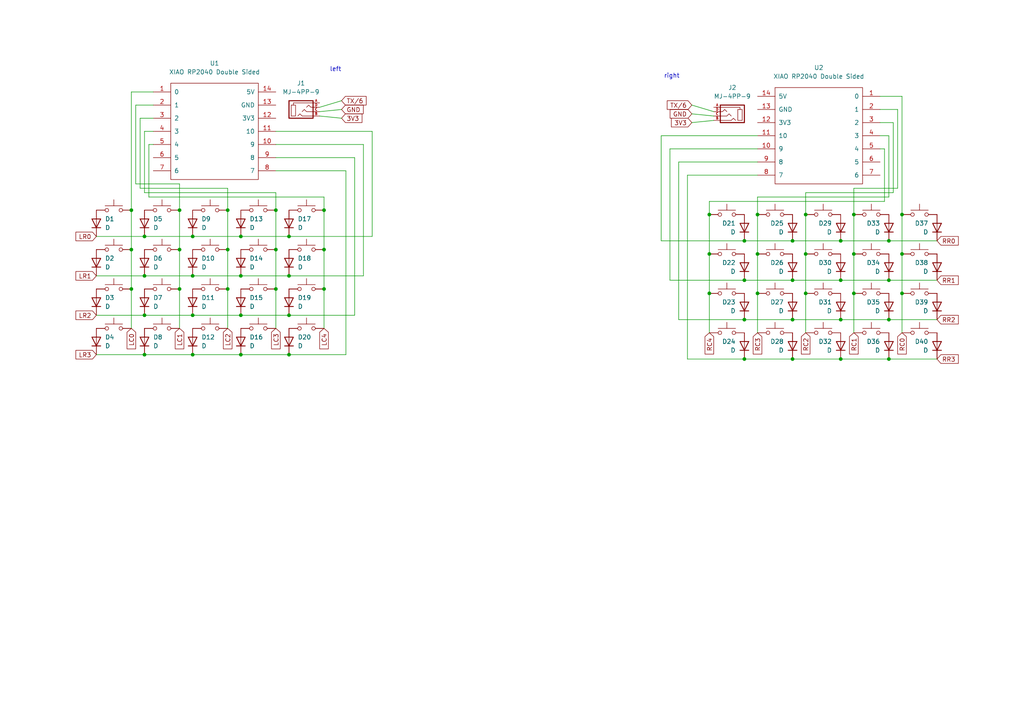
<source format=kicad_sch>
(kicad_sch (version 20211123) (generator eeschema)

  (uuid 45570b2e-d57a-4f00-afc3-9c930de7985c)

  (paper "A4")

  (lib_symbols
    (symbol "Device:D" (pin_numbers hide) (pin_names (offset 1.016) hide) (in_bom yes) (on_board yes)
      (property "Reference" "D" (id 0) (at 0 2.54 0)
        (effects (font (size 1.27 1.27)))
      )
      (property "Value" "D" (id 1) (at 0 -2.54 0)
        (effects (font (size 1.27 1.27)))
      )
      (property "Footprint" "" (id 2) (at 0 0 0)
        (effects (font (size 1.27 1.27)) hide)
      )
      (property "Datasheet" "~" (id 3) (at 0 0 0)
        (effects (font (size 1.27 1.27)) hide)
      )
      (property "ki_keywords" "diode" (id 4) (at 0 0 0)
        (effects (font (size 1.27 1.27)) hide)
      )
      (property "ki_description" "Diode" (id 5) (at 0 0 0)
        (effects (font (size 1.27 1.27)) hide)
      )
      (property "ki_fp_filters" "TO-???* *_Diode_* *SingleDiode* D_*" (id 6) (at 0 0 0)
        (effects (font (size 1.27 1.27)) hide)
      )
      (symbol "D_0_1"
        (polyline
          (pts
            (xy -1.27 1.27)
            (xy -1.27 -1.27)
          )
          (stroke (width 0.254) (type default) (color 0 0 0 0))
          (fill (type none))
        )
        (polyline
          (pts
            (xy 1.27 0)
            (xy -1.27 0)
          )
          (stroke (width 0) (type default) (color 0 0 0 0))
          (fill (type none))
        )
        (polyline
          (pts
            (xy 1.27 1.27)
            (xy 1.27 -1.27)
            (xy -1.27 0)
            (xy 1.27 1.27)
          )
          (stroke (width 0.254) (type default) (color 0 0 0 0))
          (fill (type none))
        )
      )
      (symbol "D_1_1"
        (pin passive line (at -3.81 0 0) (length 2.54)
          (name "K" (effects (font (size 1.27 1.27))))
          (number "1" (effects (font (size 1.27 1.27))))
        )
        (pin passive line (at 3.81 0 180) (length 2.54)
          (name "A" (effects (font (size 1.27 1.27))))
          (number "2" (effects (font (size 1.27 1.27))))
        )
      )
    )
    (symbol "janus-components:SW_Push" (pin_numbers hide) (pin_names (offset 1.016) hide) (in_bom yes) (on_board yes)
      (property "Reference" "SW" (id 0) (at 1.27 2.54 0)
        (effects (font (size 1.27 1.27)) (justify left))
      )
      (property "Value" "SW_Push" (id 1) (at 0 -1.524 0)
        (effects (font (size 1.27 1.27)))
      )
      (property "Footprint" "" (id 2) (at 0 5.08 0)
        (effects (font (size 1.27 1.27)) hide)
      )
      (property "Datasheet" "~" (id 3) (at 0 5.08 0)
        (effects (font (size 1.27 1.27)) hide)
      )
      (property "ki_keywords" "switch normally-open pushbutton push-button" (id 4) (at 0 0 0)
        (effects (font (size 1.27 1.27)) hide)
      )
      (property "ki_description" "Push button switch, generic, two pins" (id 5) (at 0 0 0)
        (effects (font (size 1.27 1.27)) hide)
      )
      (symbol "SW_Push_0_1"
        (circle (center -2.032 0) (radius 0.508)
          (stroke (width 0) (type default) (color 0 0 0 0))
          (fill (type none))
        )
        (polyline
          (pts
            (xy 0 1.27)
            (xy 0 3.048)
          )
          (stroke (width 0) (type default) (color 0 0 0 0))
          (fill (type none))
        )
        (polyline
          (pts
            (xy 2.54 1.27)
            (xy -2.54 1.27)
          )
          (stroke (width 0) (type default) (color 0 0 0 0))
          (fill (type none))
        )
        (circle (center 2.032 0) (radius 0.508)
          (stroke (width 0) (type default) (color 0 0 0 0))
          (fill (type none))
        )
        (pin passive line (at -5.08 0 0) (length 2.54)
          (name "1" (effects (font (size 1.27 1.27))))
          (number "1" (effects (font (size 1.27 1.27))))
        )
        (pin passive line (at 5.08 0 180) (length 2.54)
          (name "2" (effects (font (size 1.27 1.27))))
          (number "2" (effects (font (size 1.27 1.27))))
        )
      )
    )
    (symbol "janus-components:XIAO RP2040 Double Sided" (pin_names (offset 1)) (in_bom yes) (on_board yes)
      (property "Reference" "U" (id 0) (at 0 0 0)
        (effects (font (size 1.27 1.27)))
      )
      (property "Value" "XIAO RP2040 Double Sided" (id 1) (at 0 -15.24 0)
        (effects (font (size 1.27 1.27)))
      )
      (property "Footprint" "" (id 2) (at -8.89 5.08 0)
        (effects (font (size 1.27 1.27)) hide)
      )
      (property "Datasheet" "" (id 3) (at -8.89 5.08 0)
        (effects (font (size 1.27 1.27)) hide)
      )
      (symbol "XIAO RP2040 Double Sided_0_1"
        (rectangle (start -12.7 13.97) (end 12.7 -13.97)
          (stroke (width 0.1524) (type default) (color 0 0 0 0))
          (fill (type none))
        )
      )
      (symbol "XIAO RP2040 Double Sided_1_1"
        (pin input line (at -17.78 11.43 0) (length 5.08)
          (name "0" (effects (font (size 1.27 1.27))))
          (number "1" (effects (font (size 1.27 1.27))))
        )
        (pin input line (at 17.78 -3.81 180) (length 5.08)
          (name "9" (effects (font (size 1.27 1.27))))
          (number "10" (effects (font (size 1.27 1.27))))
        )
        (pin input line (at 17.78 0 180) (length 5.08)
          (name "10" (effects (font (size 1.27 1.27))))
          (number "11" (effects (font (size 1.27 1.27))))
        )
        (pin input line (at 17.78 3.81 180) (length 5.08)
          (name "3V3" (effects (font (size 1.27 1.27))))
          (number "12" (effects (font (size 1.27 1.27))))
        )
        (pin input line (at 17.78 7.62 180) (length 5.08)
          (name "GND" (effects (font (size 1.27 1.27))))
          (number "13" (effects (font (size 1.27 1.27))))
        )
        (pin input line (at 17.78 11.43 180) (length 5.08)
          (name "5V" (effects (font (size 1.27 1.27))))
          (number "14" (effects (font (size 1.27 1.27))))
        )
        (pin input line (at -17.78 7.62 0) (length 5.08)
          (name "1" (effects (font (size 1.27 1.27))))
          (number "2" (effects (font (size 1.27 1.27))))
        )
        (pin input line (at -17.78 3.81 0) (length 5.08)
          (name "2" (effects (font (size 1.27 1.27))))
          (number "3" (effects (font (size 1.27 1.27))))
        )
        (pin input line (at -17.78 0 0) (length 5.08)
          (name "3" (effects (font (size 1.27 1.27))))
          (number "4" (effects (font (size 1.27 1.27))))
        )
        (pin input line (at -17.78 -3.81 0) (length 5.08)
          (name "4" (effects (font (size 1.27 1.27))))
          (number "5" (effects (font (size 1.27 1.27))))
        )
        (pin input line (at -17.78 -7.62 0) (length 5.08)
          (name "5" (effects (font (size 1.27 1.27))))
          (number "6" (effects (font (size 1.27 1.27))))
        )
        (pin input line (at -17.78 -11.43 0) (length 5.08)
          (name "6" (effects (font (size 1.27 1.27))))
          (number "7" (effects (font (size 1.27 1.27))))
        )
        (pin input line (at 17.78 -11.43 180) (length 5.08)
          (name "7" (effects (font (size 1.27 1.27))))
          (number "8" (effects (font (size 1.27 1.27))))
        )
        (pin input line (at 17.78 -7.62 180) (length 5.08)
          (name "8" (effects (font (size 1.27 1.27))))
          (number "9" (effects (font (size 1.27 1.27))))
        )
      )
    )
    (symbol "kbd:MJ-4PP-9" (pin_names (offset 1.016)) (in_bom yes) (on_board yes)
      (property "Reference" "J" (id 0) (at 0 3.81 0)
        (effects (font (size 1.27 1.27)))
      )
      (property "Value" "MJ-4PP-9" (id 1) (at 0 -3.81 0)
        (effects (font (size 1.27 1.27)))
      )
      (property "Footprint" "" (id 2) (at 6.985 4.445 0)
        (effects (font (size 1.27 1.27)) hide)
      )
      (property "Datasheet" "~" (id 3) (at 6.985 4.445 0)
        (effects (font (size 1.27 1.27)) hide)
      )
      (property "ki_keywords" "audio jack receptable stereo headphones TRRS connector" (id 4) (at 0 0 0)
        (effects (font (size 1.27 1.27)) hide)
      )
      (property "ki_description" "4-pin (audio) jack receptable (stereo + 4th pin/TRRS connector), compatible with PJ320A" (id 5) (at 0 0 0)
        (effects (font (size 1.27 1.27)) hide)
      )
      (symbol "MJ-4PP-9_0_1"
        (rectangle (start -1.905 -1.905) (end -3.175 1.27)
          (stroke (width 0) (type default) (color 0 0 0 0))
          (fill (type none))
        )
        (polyline
          (pts
            (xy -2.54 1.27)
            (xy -2.54 1.905)
            (xy 3.175 1.905)
          )
          (stroke (width 0) (type default) (color 0 0 0 0))
          (fill (type none))
        )
        (polyline
          (pts
            (xy -1.27 -1.905)
            (xy -0.635 -1.27)
            (xy 0 -1.905)
            (xy 3.175 -1.905)
          )
          (stroke (width 0) (type default) (color 0 0 0 0))
          (fill (type none))
        )
        (polyline
          (pts
            (xy 0 -0.635)
            (xy 0.635 0)
            (xy 1.27 -0.635)
            (xy 3.175 -0.635)
          )
          (stroke (width 0) (type default) (color 0 0 0 0))
          (fill (type none))
        )
        (polyline
          (pts
            (xy 1.27 0.635)
            (xy 1.905 1.27)
            (xy 2.54 0.635)
            (xy 3.175 0.635)
          )
          (stroke (width 0) (type default) (color 0 0 0 0))
          (fill (type none))
        )
        (rectangle (start 3.175 2.54) (end -3.81 -2.54)
          (stroke (width 0.3048) (type default) (color 0 0 0 0))
          (fill (type none))
        )
      )
      (symbol "MJ-4PP-9_1_1"
        (pin input line (at 5.08 1.905 180) (length 2.0066)
          (name "~" (effects (font (size 0.508 0.508))))
          (number "A" (effects (font (size 0.7112 0.7112))))
        )
        (pin input line (at 5.08 -1.905 180) (length 2.0066)
          (name "~" (effects (font (size 0.508 0.508))))
          (number "B" (effects (font (size 0.7112 0.7112))))
        )
        (pin input line (at 5.08 -0.635 180) (length 2.0066)
          (name "~" (effects (font (size 0.508 0.508))))
          (number "C" (effects (font (size 0.7112 0.7112))))
        )
        (pin input line (at 5.08 0.635 180) (length 2.0066)
          (name "~" (effects (font (size 0.508 0.508))))
          (number "D" (effects (font (size 0.7112 0.7112))))
        )
      )
    )
  )

  (junction (at 52.07 60.96) (diameter 0) (color 0 0 0 0)
    (uuid 0480cb9e-3498-4143-8506-184d20b2dd5c)
  )
  (junction (at 257.81 81.28) (diameter 0) (color 0 0 0 0)
    (uuid 04b588de-d623-4b79-94ff-81649a9119a5)
  )
  (junction (at 257.81 69.85) (diameter 0) (color 0 0 0 0)
    (uuid 0a38fff1-91e9-4fd6-8dc0-f3ec7e05bdfa)
  )
  (junction (at 66.04 72.39) (diameter 0) (color 0 0 0 0)
    (uuid 0d249b4f-b6ea-406c-90e2-da5c55a83cb3)
  )
  (junction (at 83.82 68.58) (diameter 0) (color 0 0 0 0)
    (uuid 0ea59359-89b6-4b0c-b32f-3d3b2b81a710)
  )
  (junction (at 93.98 83.82) (diameter 0) (color 0 0 0 0)
    (uuid 13429013-d6ef-4958-9baf-e8c92cb77b3e)
  )
  (junction (at 93.98 72.39) (diameter 0) (color 0 0 0 0)
    (uuid 1567e982-6c59-4f2c-a0b1-dee544db3289)
  )
  (junction (at 233.68 62.23) (diameter 0) (color 0 0 0 0)
    (uuid 170beddf-8a73-478e-a0c2-68a01f10965a)
  )
  (junction (at 261.62 62.23) (diameter 0) (color 0 0 0 0)
    (uuid 1842c324-654a-4f1f-acb8-72a03ec44459)
  )
  (junction (at 233.68 73.66) (diameter 0) (color 0 0 0 0)
    (uuid 19a25cc5-1f7a-46b0-871f-905ef2981e86)
  )
  (junction (at 219.71 62.23) (diameter 0) (color 0 0 0 0)
    (uuid 1fbb5612-d0e6-456e-b94b-2b0a07ea3a29)
  )
  (junction (at 229.87 104.14) (diameter 0) (color 0 0 0 0)
    (uuid 2319f880-a9f0-4040-9d70-06ec1c6237bf)
  )
  (junction (at 83.82 102.87) (diameter 0) (color 0 0 0 0)
    (uuid 23f6f6f4-5e7a-440a-b7b7-9d3987f81ab2)
  )
  (junction (at 219.71 85.09) (diameter 0) (color 0 0 0 0)
    (uuid 2d63469e-b15c-419f-8cfa-7991dfc36ed6)
  )
  (junction (at 80.01 72.39) (diameter 0) (color 0 0 0 0)
    (uuid 2f5cf262-e23f-41a2-8259-285512ac90ed)
  )
  (junction (at 55.88 68.58) (diameter 0) (color 0 0 0 0)
    (uuid 30bc542c-751b-4269-a4e0-736fe3976098)
  )
  (junction (at 229.87 92.71) (diameter 0) (color 0 0 0 0)
    (uuid 37c380d2-be7a-49e1-bbea-96621c60cdb5)
  )
  (junction (at 55.88 91.44) (diameter 0) (color 0 0 0 0)
    (uuid 3d75592c-a5b6-40f5-a4af-2b41a2063328)
  )
  (junction (at 69.85 68.58) (diameter 0) (color 0 0 0 0)
    (uuid 4447ba72-46bf-4952-8898-f1d2e8d19a68)
  )
  (junction (at 257.81 92.71) (diameter 0) (color 0 0 0 0)
    (uuid 466382c4-967c-4cc7-954f-3adb662d1cc2)
  )
  (junction (at 261.62 73.66) (diameter 0) (color 0 0 0 0)
    (uuid 4f117875-8030-4673-8e15-8b6781810ea5)
  )
  (junction (at 257.81 104.14) (diameter 0) (color 0 0 0 0)
    (uuid 58bc5f18-99ea-4f13-b8c7-b74382c143e0)
  )
  (junction (at 215.9 104.14) (diameter 0) (color 0 0 0 0)
    (uuid 5a4e7ded-5329-422c-9c29-09cf9f8151c4)
  )
  (junction (at 229.87 69.85) (diameter 0) (color 0 0 0 0)
    (uuid 5d5c18a1-da86-4dbc-bfaa-41d79d0a5bf7)
  )
  (junction (at 205.74 62.23) (diameter 0) (color 0 0 0 0)
    (uuid 5e5911fc-63d1-4f86-9bb8-1af9fc1c36b8)
  )
  (junction (at 66.04 83.82) (diameter 0) (color 0 0 0 0)
    (uuid 623aa338-5545-4301-8c65-35d97697189e)
  )
  (junction (at 69.85 102.87) (diameter 0) (color 0 0 0 0)
    (uuid 69e11b6d-d81e-4e0d-b832-dcce3121347a)
  )
  (junction (at 41.91 80.01) (diameter 0) (color 0 0 0 0)
    (uuid 6a185ea7-9823-40ea-b972-624fe82a5c6e)
  )
  (junction (at 38.1 72.39) (diameter 0) (color 0 0 0 0)
    (uuid 77ddbd42-caa3-4df9-a22b-be26cc2716f3)
  )
  (junction (at 41.91 91.44) (diameter 0) (color 0 0 0 0)
    (uuid 783d5ac2-8458-476a-8c78-1ea5a7f02dcf)
  )
  (junction (at 247.65 85.09) (diameter 0) (color 0 0 0 0)
    (uuid 7cd4eb31-5b5c-43d4-a6b7-43d6550223ac)
  )
  (junction (at 219.71 73.66) (diameter 0) (color 0 0 0 0)
    (uuid 884f60f8-7d9a-48c0-9e0b-3aea33d8b167)
  )
  (junction (at 93.98 60.96) (diameter 0) (color 0 0 0 0)
    (uuid 88ef0667-85ce-44d7-8011-a1c948acfb0f)
  )
  (junction (at 247.65 73.66) (diameter 0) (color 0 0 0 0)
    (uuid 8eaaf519-d4e6-4b00-bf43-5aaf779d1b6b)
  )
  (junction (at 69.85 91.44) (diameter 0) (color 0 0 0 0)
    (uuid 92906f85-fec3-4bfe-bef3-2a5f146e8e39)
  )
  (junction (at 41.91 68.58) (diameter 0) (color 0 0 0 0)
    (uuid 93f2110b-4f72-4ad5-b249-877607aa2eda)
  )
  (junction (at 243.84 104.14) (diameter 0) (color 0 0 0 0)
    (uuid 949e841c-518e-495b-8d17-9828ccad332c)
  )
  (junction (at 66.04 60.96) (diameter 0) (color 0 0 0 0)
    (uuid a3509fc8-ab51-44a1-99e5-4cd60b4dd9fa)
  )
  (junction (at 52.07 83.82) (diameter 0) (color 0 0 0 0)
    (uuid ac252961-7510-413f-b16a-12a438d2f44c)
  )
  (junction (at 205.74 73.66) (diameter 0) (color 0 0 0 0)
    (uuid adc13f54-65cd-4755-8697-65873d5b388a)
  )
  (junction (at 55.88 102.87) (diameter 0) (color 0 0 0 0)
    (uuid b23e9c67-b831-448e-b98a-19525a79f6a2)
  )
  (junction (at 233.68 85.09) (diameter 0) (color 0 0 0 0)
    (uuid b46c483b-8ab7-49e7-afac-4647455afb48)
  )
  (junction (at 83.82 91.44) (diameter 0) (color 0 0 0 0)
    (uuid b979c914-68d7-46d2-82dd-92fa1b5b8720)
  )
  (junction (at 41.91 102.87) (diameter 0) (color 0 0 0 0)
    (uuid bb2ed5da-9476-4c3a-97ad-77c551fa352b)
  )
  (junction (at 52.07 72.39) (diameter 0) (color 0 0 0 0)
    (uuid bb5a2d93-5369-4efa-b97a-0049e183ca76)
  )
  (junction (at 229.87 81.28) (diameter 0) (color 0 0 0 0)
    (uuid c1c0110f-a67f-4f04-bb02-eed0be7f3d98)
  )
  (junction (at 243.84 81.28) (diameter 0) (color 0 0 0 0)
    (uuid c44b1ee3-6b1f-4b24-8767-df2fc90de22d)
  )
  (junction (at 83.82 80.01) (diameter 0) (color 0 0 0 0)
    (uuid c7e3261b-a508-4215-b954-a27a98aa820d)
  )
  (junction (at 69.85 80.01) (diameter 0) (color 0 0 0 0)
    (uuid cc1d5806-2dce-453b-b40e-99b22882af83)
  )
  (junction (at 38.1 60.96) (diameter 0) (color 0 0 0 0)
    (uuid db981e3c-4b5a-46b3-8d8b-a5300b44e4ae)
  )
  (junction (at 243.84 92.71) (diameter 0) (color 0 0 0 0)
    (uuid dc7b2431-cd2d-4ac9-aa01-317bbbfc7712)
  )
  (junction (at 55.88 80.01) (diameter 0) (color 0 0 0 0)
    (uuid dc8be054-8c8c-4139-862b-41a9be631cf7)
  )
  (junction (at 205.74 85.09) (diameter 0) (color 0 0 0 0)
    (uuid e1eaffb8-a877-4e1a-9d19-37eea5f48f04)
  )
  (junction (at 215.9 69.85) (diameter 0) (color 0 0 0 0)
    (uuid e263bded-4035-425a-be1d-2190d7a29261)
  )
  (junction (at 215.9 92.71) (diameter 0) (color 0 0 0 0)
    (uuid e68724ed-3f41-4d59-8319-dc4268cf7f54)
  )
  (junction (at 243.84 69.85) (diameter 0) (color 0 0 0 0)
    (uuid e710d292-4403-436e-b406-6c2c3d2bb48e)
  )
  (junction (at 215.9 81.28) (diameter 0) (color 0 0 0 0)
    (uuid e8e69a80-64cd-4d3c-8297-0948d062514b)
  )
  (junction (at 38.1 83.82) (diameter 0) (color 0 0 0 0)
    (uuid eb149ba6-6243-4303-85b5-1f35d3878e76)
  )
  (junction (at 80.01 60.96) (diameter 0) (color 0 0 0 0)
    (uuid f15dac29-1ca5-4f89-9f80-d67cb6381a0e)
  )
  (junction (at 261.62 85.09) (diameter 0) (color 0 0 0 0)
    (uuid f5afa50b-1462-40b9-95b5-788840ceb373)
  )
  (junction (at 247.65 62.23) (diameter 0) (color 0 0 0 0)
    (uuid f8f4a73b-13b8-4b00-adb2-a2a5bfd1915f)
  )
  (junction (at 80.01 83.82) (diameter 0) (color 0 0 0 0)
    (uuid fd92f325-13ac-4f18-bb84-e151b33be625)
  )

  (wire (pts (xy 55.88 68.58) (xy 69.85 68.58))
    (stroke (width 0) (type default) (color 0 0 0 0))
    (uuid 01ba8750-04b3-4050-8935-f966434c8ad3)
  )
  (wire (pts (xy 93.98 72.39) (xy 93.98 83.82))
    (stroke (width 0) (type default) (color 0 0 0 0))
    (uuid 01dd3913-6551-4c7a-927b-dc8f2403150d)
  )
  (wire (pts (xy 92.71 32.385) (xy 99.06 31.75))
    (stroke (width 0) (type default) (color 0 0 0 0))
    (uuid 01e641dd-168d-4a3e-a499-921f0189ffec)
  )
  (wire (pts (xy 205.74 62.23) (xy 205.74 73.66))
    (stroke (width 0) (type default) (color 0 0 0 0))
    (uuid 06949384-cef7-428f-a65e-87f0daeafbe6)
  )
  (wire (pts (xy 271.78 104.14) (xy 257.81 104.14))
    (stroke (width 0) (type default) (color 0 0 0 0))
    (uuid 074b32a0-dd4d-4f4d-ba0d-ba085c9c2b26)
  )
  (wire (pts (xy 80.01 72.39) (xy 80.01 83.82))
    (stroke (width 0) (type default) (color 0 0 0 0))
    (uuid 07d5f4de-815a-4131-9f36-91cc57657c46)
  )
  (wire (pts (xy 191.77 39.37) (xy 219.71 39.37))
    (stroke (width 0) (type default) (color 0 0 0 0))
    (uuid 08063cf0-cb29-432f-a99d-b9d8805527a1)
  )
  (wire (pts (xy 259.08 55.88) (xy 259.08 35.56))
    (stroke (width 0) (type default) (color 0 0 0 0))
    (uuid 092038ca-3671-4c50-a09d-aa18ed4c2761)
  )
  (wire (pts (xy 39.37 53.34) (xy 39.37 30.48))
    (stroke (width 0) (type default) (color 0 0 0 0))
    (uuid 09fe4a16-9a76-43fd-bd10-c86bb0ce72e6)
  )
  (wire (pts (xy 66.04 83.82) (xy 66.04 95.25))
    (stroke (width 0) (type default) (color 0 0 0 0))
    (uuid 0ace05fb-98c9-4591-a81b-f92e9475094b)
  )
  (wire (pts (xy 257.81 57.15) (xy 257.81 39.37))
    (stroke (width 0) (type default) (color 0 0 0 0))
    (uuid 0ae891bc-20fc-4bd8-b1da-e8179823cc97)
  )
  (wire (pts (xy 256.54 43.18) (xy 255.27 43.18))
    (stroke (width 0) (type default) (color 0 0 0 0))
    (uuid 0baae04d-1d70-431a-a3d3-3b7be2e927f7)
  )
  (wire (pts (xy 107.95 68.58) (xy 107.95 38.1))
    (stroke (width 0) (type default) (color 0 0 0 0))
    (uuid 1113df2e-d327-4cb7-a200-74a40a756967)
  )
  (wire (pts (xy 219.71 73.66) (xy 219.71 85.09))
    (stroke (width 0) (type default) (color 0 0 0 0))
    (uuid 137653a3-be20-4d23-aaaf-7b0a16c97e8f)
  )
  (wire (pts (xy 41.91 102.87) (xy 55.88 102.87))
    (stroke (width 0) (type default) (color 0 0 0 0))
    (uuid 147133b1-d58e-45b8-a0ef-3a1feb1ddb64)
  )
  (wire (pts (xy 83.82 80.01) (xy 69.85 80.01))
    (stroke (width 0) (type default) (color 0 0 0 0))
    (uuid 14a73f99-81c1-49bc-b200-a2ffa3ec8b9f)
  )
  (wire (pts (xy 38.1 83.82) (xy 38.1 95.25))
    (stroke (width 0) (type default) (color 0 0 0 0))
    (uuid 19c69471-713a-4596-b7e3-6baf017331b0)
  )
  (wire (pts (xy 271.78 81.28) (xy 257.81 81.28))
    (stroke (width 0) (type default) (color 0 0 0 0))
    (uuid 1afa7f09-907b-4854-91c7-ae839fc28c96)
  )
  (wire (pts (xy 69.85 102.87) (xy 83.82 102.87))
    (stroke (width 0) (type default) (color 0 0 0 0))
    (uuid 1d634931-e47b-45b7-a7a1-697f1d5c5a6c)
  )
  (wire (pts (xy 83.82 102.87) (xy 100.33 102.87))
    (stroke (width 0) (type default) (color 0 0 0 0))
    (uuid 278c5321-97c1-462e-aa5a-48e4ef879c53)
  )
  (wire (pts (xy 93.98 60.96) (xy 93.98 57.15))
    (stroke (width 0) (type default) (color 0 0 0 0))
    (uuid 2868f96f-c474-4a0d-adb3-6a6851f85afb)
  )
  (wire (pts (xy 205.74 85.09) (xy 205.74 96.52))
    (stroke (width 0) (type default) (color 0 0 0 0))
    (uuid 2d47c06e-17b3-4c24-80f7-f53f1e18cf90)
  )
  (wire (pts (xy 92.71 31.115) (xy 99.06 29.21))
    (stroke (width 0) (type default) (color 0 0 0 0))
    (uuid 3478056a-39ea-4115-a17d-6c92ecc460ff)
  )
  (wire (pts (xy 39.37 30.48) (xy 44.45 30.48))
    (stroke (width 0) (type default) (color 0 0 0 0))
    (uuid 3747c98c-ea64-4703-85e6-410ff2bccebe)
  )
  (wire (pts (xy 247.65 73.66) (xy 247.65 85.09))
    (stroke (width 0) (type default) (color 0 0 0 0))
    (uuid 37e850c9-705e-4c48-ad34-c40353829125)
  )
  (wire (pts (xy 40.64 54.61) (xy 40.64 34.29))
    (stroke (width 0) (type default) (color 0 0 0 0))
    (uuid 3a245183-e2f0-40d1-8c5e-e0902e7a1963)
  )
  (wire (pts (xy 233.68 62.23) (xy 233.68 73.66))
    (stroke (width 0) (type default) (color 0 0 0 0))
    (uuid 3cb44bf8-7f70-4740-ab48-161738bb2246)
  )
  (wire (pts (xy 93.98 57.15) (xy 43.18 57.15))
    (stroke (width 0) (type default) (color 0 0 0 0))
    (uuid 3eb1c143-0e82-459c-8c90-e9a2970fc9ea)
  )
  (wire (pts (xy 100.33 49.53) (xy 80.01 49.53))
    (stroke (width 0) (type default) (color 0 0 0 0))
    (uuid 3f64e899-0cbd-4633-96d2-1fc534dc8fe9)
  )
  (wire (pts (xy 243.84 92.71) (xy 257.81 92.71))
    (stroke (width 0) (type default) (color 0 0 0 0))
    (uuid 3fd3d0ac-de5b-4bad-971c-498f1cde60ee)
  )
  (wire (pts (xy 83.82 91.44) (xy 102.87 91.44))
    (stroke (width 0) (type default) (color 0 0 0 0))
    (uuid 4039f9a0-4ad3-41ad-9d61-05064aa850c2)
  )
  (wire (pts (xy 219.71 62.23) (xy 219.71 73.66))
    (stroke (width 0) (type default) (color 0 0 0 0))
    (uuid 40e77da5-9368-4e54-8af7-607c697a070d)
  )
  (wire (pts (xy 215.9 92.71) (xy 229.87 92.71))
    (stroke (width 0) (type default) (color 0 0 0 0))
    (uuid 465689f6-180d-42b0-acd4-321a4d5aa2d4)
  )
  (wire (pts (xy 196.85 92.71) (xy 196.85 46.99))
    (stroke (width 0) (type default) (color 0 0 0 0))
    (uuid 47c87069-7cd4-41fd-aa97-881cc4ee6797)
  )
  (wire (pts (xy 38.1 60.96) (xy 38.1 26.67))
    (stroke (width 0) (type default) (color 0 0 0 0))
    (uuid 48697e8d-9265-48ff-b46f-260b8770a29c)
  )
  (wire (pts (xy 215.9 81.28) (xy 194.31 81.28))
    (stroke (width 0) (type default) (color 0 0 0 0))
    (uuid 4a63f242-8fc2-40f3-a037-4a446fa139d7)
  )
  (wire (pts (xy 93.98 60.96) (xy 93.98 72.39))
    (stroke (width 0) (type default) (color 0 0 0 0))
    (uuid 5000a25f-725e-48bd-9b9d-58dde527cf19)
  )
  (wire (pts (xy 205.74 62.23) (xy 205.74 58.42))
    (stroke (width 0) (type default) (color 0 0 0 0))
    (uuid 51459c2e-4ddd-43c1-8866-5cdd907b3358)
  )
  (wire (pts (xy 41.91 68.58) (xy 55.88 68.58))
    (stroke (width 0) (type default) (color 0 0 0 0))
    (uuid 58ff4dc3-37f3-46bc-bce5-68730087c476)
  )
  (wire (pts (xy 69.85 68.58) (xy 83.82 68.58))
    (stroke (width 0) (type default) (color 0 0 0 0))
    (uuid 592bb5e7-641d-40f2-b184-3fbec59c65b3)
  )
  (wire (pts (xy 199.39 104.14) (xy 199.39 50.8))
    (stroke (width 0) (type default) (color 0 0 0 0))
    (uuid 5a9129f3-ee96-4771-817b-034708d842f6)
  )
  (wire (pts (xy 229.87 81.28) (xy 243.84 81.28))
    (stroke (width 0) (type default) (color 0 0 0 0))
    (uuid 5bcc6367-d30a-49c7-8656-f9288dad03a7)
  )
  (wire (pts (xy 43.18 57.15) (xy 43.18 41.91))
    (stroke (width 0) (type default) (color 0 0 0 0))
    (uuid 5ca46bfa-df37-4c24-bfef-5dccca7bbc7b)
  )
  (wire (pts (xy 261.62 85.09) (xy 261.62 96.52))
    (stroke (width 0) (type default) (color 0 0 0 0))
    (uuid 6049cb12-d98a-4abf-8679-c052c4e42ccf)
  )
  (wire (pts (xy 260.35 54.61) (xy 260.35 31.75))
    (stroke (width 0) (type default) (color 0 0 0 0))
    (uuid 633faaac-2c6c-4fdb-a12d-5b14cfae3d5f)
  )
  (wire (pts (xy 199.39 50.8) (xy 219.71 50.8))
    (stroke (width 0) (type default) (color 0 0 0 0))
    (uuid 69c8120b-20cb-40db-a279-c6843595fbe5)
  )
  (wire (pts (xy 243.84 69.85) (xy 229.87 69.85))
    (stroke (width 0) (type default) (color 0 0 0 0))
    (uuid 6debf940-144d-44a8-a278-2cd740953a0d)
  )
  (wire (pts (xy 107.95 38.1) (xy 80.01 38.1))
    (stroke (width 0) (type default) (color 0 0 0 0))
    (uuid 6e3b0ca2-47ee-4ec1-9f80-dd2d0f7720d3)
  )
  (wire (pts (xy 247.65 54.61) (xy 260.35 54.61))
    (stroke (width 0) (type default) (color 0 0 0 0))
    (uuid 7115750d-f0be-4488-9a19-826279d3fef1)
  )
  (wire (pts (xy 83.82 91.44) (xy 69.85 91.44))
    (stroke (width 0) (type default) (color 0 0 0 0))
    (uuid 72d2d8ae-1710-4df6-8f7c-eca74a78d4f2)
  )
  (wire (pts (xy 66.04 54.61) (xy 40.64 54.61))
    (stroke (width 0) (type default) (color 0 0 0 0))
    (uuid 752e4a51-fa0e-4371-b99b-0363d0b0931c)
  )
  (wire (pts (xy 52.07 53.34) (xy 39.37 53.34))
    (stroke (width 0) (type default) (color 0 0 0 0))
    (uuid 75e25be7-8042-4ec3-944a-1851567cc205)
  )
  (wire (pts (xy 40.64 34.29) (xy 44.45 34.29))
    (stroke (width 0) (type default) (color 0 0 0 0))
    (uuid 781a8dba-8aff-43a5-8d4d-e09794d6aed8)
  )
  (wire (pts (xy 219.71 57.15) (xy 257.81 57.15))
    (stroke (width 0) (type default) (color 0 0 0 0))
    (uuid 7b4c5fdf-5fc7-4cfd-8b55-befb7250a068)
  )
  (wire (pts (xy 229.87 69.85) (xy 215.9 69.85))
    (stroke (width 0) (type default) (color 0 0 0 0))
    (uuid 7c353804-3ecd-4b2c-83ed-9611147a4d05)
  )
  (wire (pts (xy 271.78 92.71) (xy 257.81 92.71))
    (stroke (width 0) (type default) (color 0 0 0 0))
    (uuid 7fe20f48-5bb8-4f2c-8935-d10ab6ea9786)
  )
  (wire (pts (xy 219.71 62.23) (xy 219.71 57.15))
    (stroke (width 0) (type default) (color 0 0 0 0))
    (uuid 81b6170d-8a08-4cbc-8c0d-327de133237e)
  )
  (wire (pts (xy 205.74 58.42) (xy 256.54 58.42))
    (stroke (width 0) (type default) (color 0 0 0 0))
    (uuid 8368b0cc-389f-4e04-a7b2-4f030b90db1d)
  )
  (wire (pts (xy 100.33 102.87) (xy 100.33 49.53))
    (stroke (width 0) (type default) (color 0 0 0 0))
    (uuid 84f38a48-076f-424f-ba16-8f4089e19ee2)
  )
  (wire (pts (xy 247.65 62.23) (xy 247.65 54.61))
    (stroke (width 0) (type default) (color 0 0 0 0))
    (uuid 84fa3bd1-9dde-4ab5-aab3-d73279cc570e)
  )
  (wire (pts (xy 191.77 69.85) (xy 191.77 39.37))
    (stroke (width 0) (type default) (color 0 0 0 0))
    (uuid 85e4e394-086b-4b4f-873c-52adaa64cc6f)
  )
  (wire (pts (xy 80.01 55.88) (xy 41.91 55.88))
    (stroke (width 0) (type default) (color 0 0 0 0))
    (uuid 8a7492a8-1e43-49a3-bd0f-e5077f9cea1d)
  )
  (wire (pts (xy 196.85 46.99) (xy 219.71 46.99))
    (stroke (width 0) (type default) (color 0 0 0 0))
    (uuid 8aa2199e-c055-4210-bbcc-e519b677c4aa)
  )
  (wire (pts (xy 194.31 81.28) (xy 194.31 43.18))
    (stroke (width 0) (type default) (color 0 0 0 0))
    (uuid 8ad9ee98-3438-43b3-afe9-415001305130)
  )
  (wire (pts (xy 271.78 69.85) (xy 257.81 69.85))
    (stroke (width 0) (type default) (color 0 0 0 0))
    (uuid 8d167af4-4d06-4aaa-aa81-6f64a76ad7d4)
  )
  (wire (pts (xy 102.87 91.44) (xy 102.87 45.72))
    (stroke (width 0) (type default) (color 0 0 0 0))
    (uuid 8d3fb0e5-c263-4041-b472-42bbdf91b741)
  )
  (wire (pts (xy 55.88 91.44) (xy 41.91 91.44))
    (stroke (width 0) (type default) (color 0 0 0 0))
    (uuid 902ce86c-d0f1-4a43-bfb0-10f92796bf3a)
  )
  (wire (pts (xy 38.1 60.96) (xy 38.1 72.39))
    (stroke (width 0) (type default) (color 0 0 0 0))
    (uuid 90ca1137-a7a8-4483-bd71-95d11bd74bdb)
  )
  (wire (pts (xy 229.87 104.14) (xy 215.9 104.14))
    (stroke (width 0) (type default) (color 0 0 0 0))
    (uuid 91b3601a-1f70-4f5e-af0e-4533a855edd3)
  )
  (wire (pts (xy 83.82 68.58) (xy 107.95 68.58))
    (stroke (width 0) (type default) (color 0 0 0 0))
    (uuid 921b2ca2-f327-4109-852c-cf45f8f69730)
  )
  (wire (pts (xy 80.01 60.96) (xy 80.01 55.88))
    (stroke (width 0) (type default) (color 0 0 0 0))
    (uuid 97632f8e-d169-49fd-b661-26a10e7ddc76)
  )
  (wire (pts (xy 66.04 60.96) (xy 66.04 72.39))
    (stroke (width 0) (type default) (color 0 0 0 0))
    (uuid 9b637648-651a-4b22-9fcc-b7d78dcf65f7)
  )
  (wire (pts (xy 215.9 69.85) (xy 191.77 69.85))
    (stroke (width 0) (type default) (color 0 0 0 0))
    (uuid 9bcdb454-80de-4fd5-b900-6f76acaa06d2)
  )
  (wire (pts (xy 92.71 33.655) (xy 99.06 34.29))
    (stroke (width 0) (type default) (color 0 0 0 0))
    (uuid a1cdd5b1-e0e2-47e2-9c83-1f49c6010a81)
  )
  (wire (pts (xy 69.85 91.44) (xy 55.88 91.44))
    (stroke (width 0) (type default) (color 0 0 0 0))
    (uuid a8c54bec-3198-42ff-bbdc-4f3b6a204942)
  )
  (wire (pts (xy 43.18 41.91) (xy 44.45 41.91))
    (stroke (width 0) (type default) (color 0 0 0 0))
    (uuid ade27498-5298-430c-a2fb-c82ee68fa7e1)
  )
  (wire (pts (xy 27.94 102.87) (xy 41.91 102.87))
    (stroke (width 0) (type default) (color 0 0 0 0))
    (uuid ae512e8d-bf0b-473b-ab80-557b5b99bf05)
  )
  (wire (pts (xy 80.01 60.96) (xy 80.01 72.39))
    (stroke (width 0) (type default) (color 0 0 0 0))
    (uuid b0f2400b-cfc2-40e3-a6fa-4a45de58b9e6)
  )
  (wire (pts (xy 41.91 55.88) (xy 41.91 38.1))
    (stroke (width 0) (type default) (color 0 0 0 0))
    (uuid b32151bb-09d1-41f0-88b0-984a177a805c)
  )
  (wire (pts (xy 257.81 69.85) (xy 243.84 69.85))
    (stroke (width 0) (type default) (color 0 0 0 0))
    (uuid b48803fd-39d9-47d7-928c-b39933cfa781)
  )
  (wire (pts (xy 93.98 83.82) (xy 93.98 95.25))
    (stroke (width 0) (type default) (color 0 0 0 0))
    (uuid b4be8d84-eec0-4dad-911c-090acfdbf25d)
  )
  (wire (pts (xy 261.62 62.23) (xy 261.62 73.66))
    (stroke (width 0) (type default) (color 0 0 0 0))
    (uuid b542b49d-8c3a-4f83-9fa1-337f60a4ae9e)
  )
  (wire (pts (xy 219.71 85.09) (xy 219.71 96.52))
    (stroke (width 0) (type default) (color 0 0 0 0))
    (uuid b5733807-041a-46e4-ad2d-0d63b87c0ffb)
  )
  (wire (pts (xy 66.04 72.39) (xy 66.04 83.82))
    (stroke (width 0) (type default) (color 0 0 0 0))
    (uuid b5e074f0-22e9-40d3-87a0-43d96e5558de)
  )
  (wire (pts (xy 80.01 83.82) (xy 80.01 95.25))
    (stroke (width 0) (type default) (color 0 0 0 0))
    (uuid b6243250-7ba5-4da5-bfc5-d29734798411)
  )
  (wire (pts (xy 102.87 45.72) (xy 80.01 45.72))
    (stroke (width 0) (type default) (color 0 0 0 0))
    (uuid b63b248b-f2f8-4aa8-b0fa-33054b2b1db2)
  )
  (wire (pts (xy 215.9 104.14) (xy 199.39 104.14))
    (stroke (width 0) (type default) (color 0 0 0 0))
    (uuid b8563287-1745-4af4-9861-f38ff39dd266)
  )
  (wire (pts (xy 257.81 39.37) (xy 255.27 39.37))
    (stroke (width 0) (type default) (color 0 0 0 0))
    (uuid ba49186c-ff3f-4729-b27b-34dd6e38f8f1)
  )
  (wire (pts (xy 215.9 92.71) (xy 196.85 92.71))
    (stroke (width 0) (type default) (color 0 0 0 0))
    (uuid baf2ae36-0980-4e81-856a-0528df1fc333)
  )
  (wire (pts (xy 66.04 60.96) (xy 66.04 54.61))
    (stroke (width 0) (type default) (color 0 0 0 0))
    (uuid bba2cca9-5c34-4e80-9dd1-f63a98c2d6fe)
  )
  (wire (pts (xy 55.88 80.01) (xy 41.91 80.01))
    (stroke (width 0) (type default) (color 0 0 0 0))
    (uuid bbcaa3de-7871-4762-afea-2d15b166e55b)
  )
  (wire (pts (xy 259.08 35.56) (xy 255.27 35.56))
    (stroke (width 0) (type default) (color 0 0 0 0))
    (uuid bc614386-61f3-4dbf-81c7-81f172be6527)
  )
  (wire (pts (xy 207.01 34.925) (xy 200.66 35.56))
    (stroke (width 0) (type default) (color 0 0 0 0))
    (uuid bd8506db-e533-4b3d-9474-21dca7205fdd)
  )
  (wire (pts (xy 229.87 92.71) (xy 243.84 92.71))
    (stroke (width 0) (type default) (color 0 0 0 0))
    (uuid be329e23-5201-4f65-b23b-a6bfae4a8246)
  )
  (wire (pts (xy 207.01 32.385) (xy 200.66 30.48))
    (stroke (width 0) (type default) (color 0 0 0 0))
    (uuid bea2aec9-fc5e-44c7-93dc-fa630f6520d8)
  )
  (wire (pts (xy 55.88 102.87) (xy 69.85 102.87))
    (stroke (width 0) (type default) (color 0 0 0 0))
    (uuid bf5be809-372a-432c-a222-6891215d3941)
  )
  (wire (pts (xy 83.82 80.01) (xy 105.41 80.01))
    (stroke (width 0) (type default) (color 0 0 0 0))
    (uuid c405e272-b0ca-42d7-ae3e-256557b4e8b6)
  )
  (wire (pts (xy 260.35 31.75) (xy 255.27 31.75))
    (stroke (width 0) (type default) (color 0 0 0 0))
    (uuid c6a7f870-c544-4d77-9079-41177c4e50c4)
  )
  (wire (pts (xy 261.62 27.94) (xy 255.27 27.94))
    (stroke (width 0) (type default) (color 0 0 0 0))
    (uuid ca5c21e3-aedb-4649-b50e-2d3286742498)
  )
  (wire (pts (xy 233.68 85.09) (xy 233.68 96.52))
    (stroke (width 0) (type default) (color 0 0 0 0))
    (uuid ccfcc9c7-665d-41dc-878b-4d47137c04a3)
  )
  (wire (pts (xy 205.74 73.66) (xy 205.74 85.09))
    (stroke (width 0) (type default) (color 0 0 0 0))
    (uuid cd0460c0-81d0-4b97-be40-db1352827ed8)
  )
  (wire (pts (xy 52.07 60.96) (xy 52.07 53.34))
    (stroke (width 0) (type default) (color 0 0 0 0))
    (uuid cd79ec21-95d4-453e-b7ee-5c28519dd5e2)
  )
  (wire (pts (xy 256.54 58.42) (xy 256.54 43.18))
    (stroke (width 0) (type default) (color 0 0 0 0))
    (uuid cef3b049-1143-4b43-851e-141b54688987)
  )
  (wire (pts (xy 27.94 91.44) (xy 41.91 91.44))
    (stroke (width 0) (type default) (color 0 0 0 0))
    (uuid d2e320e4-ad64-45b1-b6dd-9fdccf51c725)
  )
  (wire (pts (xy 52.07 83.82) (xy 52.07 95.25))
    (stroke (width 0) (type default) (color 0 0 0 0))
    (uuid d61a2af8-1168-40f6-b527-7e76ca93c63d)
  )
  (wire (pts (xy 207.01 33.655) (xy 200.66 33.02))
    (stroke (width 0) (type default) (color 0 0 0 0))
    (uuid d8f94659-9b24-4db7-af5e-34b913e4f0ed)
  )
  (wire (pts (xy 261.62 73.66) (xy 261.62 85.09))
    (stroke (width 0) (type default) (color 0 0 0 0))
    (uuid d970ae24-43ba-4291-b4dc-cbbaf4477242)
  )
  (wire (pts (xy 243.84 81.28) (xy 257.81 81.28))
    (stroke (width 0) (type default) (color 0 0 0 0))
    (uuid dc4e2539-d325-411f-9cc2-303f771c1448)
  )
  (wire (pts (xy 261.62 62.23) (xy 261.62 27.94))
    (stroke (width 0) (type default) (color 0 0 0 0))
    (uuid dcc3a0e0-eea8-48c5-8aa5-36512091e041)
  )
  (wire (pts (xy 105.41 41.91) (xy 80.01 41.91))
    (stroke (width 0) (type default) (color 0 0 0 0))
    (uuid ddd9e40d-3498-4407-844c-d6089d610105)
  )
  (wire (pts (xy 27.94 80.01) (xy 41.91 80.01))
    (stroke (width 0) (type default) (color 0 0 0 0))
    (uuid dddc4f08-bb76-4357-bee7-61f37e07a374)
  )
  (wire (pts (xy 69.85 80.01) (xy 55.88 80.01))
    (stroke (width 0) (type default) (color 0 0 0 0))
    (uuid de445847-243b-4d55-854b-ad36cf8428d2)
  )
  (wire (pts (xy 233.68 55.88) (xy 259.08 55.88))
    (stroke (width 0) (type default) (color 0 0 0 0))
    (uuid e0e090f3-7b1d-4390-90c1-b692912c8493)
  )
  (wire (pts (xy 38.1 26.67) (xy 44.45 26.67))
    (stroke (width 0) (type default) (color 0 0 0 0))
    (uuid e1d9076a-5c23-46b3-921f-719a7394e622)
  )
  (wire (pts (xy 194.31 43.18) (xy 219.71 43.18))
    (stroke (width 0) (type default) (color 0 0 0 0))
    (uuid e1ebfbff-e609-4fab-9fc5-878044b102cc)
  )
  (wire (pts (xy 52.07 72.39) (xy 52.07 83.82))
    (stroke (width 0) (type default) (color 0 0 0 0))
    (uuid e786d897-b3df-4c6e-bd54-d7ec053edf0a)
  )
  (wire (pts (xy 38.1 72.39) (xy 38.1 83.82))
    (stroke (width 0) (type default) (color 0 0 0 0))
    (uuid e8a7db8b-492e-44af-ba18-e1af79d1b3fc)
  )
  (wire (pts (xy 41.91 38.1) (xy 44.45 38.1))
    (stroke (width 0) (type default) (color 0 0 0 0))
    (uuid e8fb58fd-deb0-45a9-9016-a011dc5b19a0)
  )
  (wire (pts (xy 243.84 104.14) (xy 229.87 104.14))
    (stroke (width 0) (type default) (color 0 0 0 0))
    (uuid e916a34d-5560-4928-a3db-2cd79d5da25f)
  )
  (wire (pts (xy 52.07 60.96) (xy 52.07 72.39))
    (stroke (width 0) (type default) (color 0 0 0 0))
    (uuid ea31b938-7ca6-46f7-ba50-1f67b21fd23a)
  )
  (wire (pts (xy 27.94 68.58) (xy 41.91 68.58))
    (stroke (width 0) (type default) (color 0 0 0 0))
    (uuid ee96e472-925d-4674-9c1c-a4699d8892f4)
  )
  (wire (pts (xy 257.81 104.14) (xy 243.84 104.14))
    (stroke (width 0) (type default) (color 0 0 0 0))
    (uuid ee9b9643-8cab-48d4-847e-a38654781ce9)
  )
  (wire (pts (xy 215.9 81.28) (xy 229.87 81.28))
    (stroke (width 0) (type default) (color 0 0 0 0))
    (uuid eeb4324a-34f6-4d19-8850-6cc4bc4d7c5a)
  )
  (wire (pts (xy 247.65 62.23) (xy 247.65 73.66))
    (stroke (width 0) (type default) (color 0 0 0 0))
    (uuid f2435092-d621-432d-b4d6-38d42d45938d)
  )
  (wire (pts (xy 105.41 80.01) (xy 105.41 41.91))
    (stroke (width 0) (type default) (color 0 0 0 0))
    (uuid fabe8362-decd-471b-8559-1e51e7d59533)
  )
  (wire (pts (xy 233.68 73.66) (xy 233.68 85.09))
    (stroke (width 0) (type default) (color 0 0 0 0))
    (uuid feafaf29-0e4f-4427-89db-3dc7b79a2f94)
  )
  (wire (pts (xy 233.68 62.23) (xy 233.68 55.88))
    (stroke (width 0) (type default) (color 0 0 0 0))
    (uuid fecc6ce7-9161-4434-8eb3-ffb17bdea88b)
  )
  (wire (pts (xy 247.65 85.09) (xy 247.65 96.52))
    (stroke (width 0) (type default) (color 0 0 0 0))
    (uuid ff103621-fbf6-4f88-a7cb-fa5066554eeb)
  )

  (text "left " (at 95.6278 20.9434 0)
    (effects (font (size 1.27 1.27)) (justify left bottom))
    (uuid 43d7a131-6f3c-4fdf-888d-881e8ca9c08f)
  )
  (text "right " (at 198.12 22.86 180)
    (effects (font (size 1.27 1.27)) (justify right bottom))
    (uuid 5b7794f9-d9d1-4bad-a54a-42b04814d01a)
  )

  (global_label "LC1" (shape input) (at 52.07 95.25 270) (fields_autoplaced)
    (effects (font (size 1.27 1.27)) (justify right))
    (uuid 04609008-b6e1-4d38-a983-a3fac90518a2)
    (property "Intersheet References" "${INTERSHEET_REFS}" (id 0) (at 51.9906 101.1707 90)
      (effects (font (size 1.27 1.27)) (justify right) hide)
    )
  )
  (global_label "3V3" (shape input) (at 200.66 35.56 180) (fields_autoplaced)
    (effects (font (size 1.27 1.27)) (justify right))
    (uuid 0a91e07f-0074-46c7-a9a3-57b43a436b94)
    (property "Intersheet References" "${INTERSHEET_REFS}" (id 0) (at 194.7393 35.4806 0)
      (effects (font (size 1.27 1.27)) (justify right) hide)
    )
  )
  (global_label "RC2" (shape input) (at 233.68 96.52 270) (fields_autoplaced)
    (effects (font (size 1.27 1.27)) (justify right))
    (uuid 0bc1bc92-5859-451d-a5e3-7f1c31673666)
    (property "Intersheet References" "${INTERSHEET_REFS}" (id 0) (at 233.6006 102.6826 90)
      (effects (font (size 1.27 1.27)) (justify right) hide)
    )
  )
  (global_label "LR2" (shape input) (at 27.94 91.44 180) (fields_autoplaced)
    (effects (font (size 1.27 1.27)) (justify right))
    (uuid 1fe2720e-6c99-4cd7-9158-c3aab76dd901)
    (property "Intersheet References" "${INTERSHEET_REFS}" (id 0) (at 22.0193 91.3606 0)
      (effects (font (size 1.27 1.27)) (justify right) hide)
    )
  )
  (global_label "RC0" (shape input) (at 261.62 96.52 270) (fields_autoplaced)
    (effects (font (size 1.27 1.27)) (justify right))
    (uuid 319c184c-8bbe-42d7-9b40-9af7427de5b3)
    (property "Intersheet References" "${INTERSHEET_REFS}" (id 0) (at 261.5406 102.6826 90)
      (effects (font (size 1.27 1.27)) (justify right) hide)
    )
  )
  (global_label "3V3" (shape input) (at 99.06 34.29 0) (fields_autoplaced)
    (effects (font (size 1.27 1.27)) (justify left))
    (uuid 3fe933e5-d668-4394-bed5-9653c2fcab0a)
    (property "Intersheet References" "${INTERSHEET_REFS}" (id 0) (at 104.9807 34.2106 0)
      (effects (font (size 1.27 1.27)) (justify left) hide)
    )
  )
  (global_label "LR3" (shape input) (at 27.94 102.87 180) (fields_autoplaced)
    (effects (font (size 1.27 1.27)) (justify right))
    (uuid 4dd7b4cf-4f62-4869-990a-50c3cfc40aba)
    (property "Intersheet References" "${INTERSHEET_REFS}" (id 0) (at 22.0193 102.7906 0)
      (effects (font (size 1.27 1.27)) (justify right) hide)
    )
  )
  (global_label "GND" (shape input) (at 99.06 31.75 0) (fields_autoplaced)
    (effects (font (size 1.27 1.27)) (justify left))
    (uuid 601d5636-74b1-440b-9831-83eea5e5587f)
    (property "Intersheet References" "${INTERSHEET_REFS}" (id 0) (at 105.3436 31.6706 0)
      (effects (font (size 1.27 1.27)) (justify left) hide)
    )
  )
  (global_label "LC3" (shape input) (at 80.01 95.25 270) (fields_autoplaced)
    (effects (font (size 1.27 1.27)) (justify right))
    (uuid 67026bf8-dffc-48b0-a91d-fd344cb76061)
    (property "Intersheet References" "${INTERSHEET_REFS}" (id 0) (at 79.9306 101.1707 90)
      (effects (font (size 1.27 1.27)) (justify right) hide)
    )
  )
  (global_label "RC3" (shape input) (at 219.71 96.52 270) (fields_autoplaced)
    (effects (font (size 1.27 1.27)) (justify right))
    (uuid 6a6ab0bb-0650-47f1-a53b-f7f18adbf570)
    (property "Intersheet References" "${INTERSHEET_REFS}" (id 0) (at 219.6306 102.6826 90)
      (effects (font (size 1.27 1.27)) (justify right) hide)
    )
  )
  (global_label "LR0" (shape input) (at 27.94 68.58 180) (fields_autoplaced)
    (effects (font (size 1.27 1.27)) (justify right))
    (uuid 805625f8-f7cf-4659-a7e9-1b896086ea10)
    (property "Intersheet References" "${INTERSHEET_REFS}" (id 0) (at 22.0193 68.5006 0)
      (effects (font (size 1.27 1.27)) (justify right) hide)
    )
  )
  (global_label "TX{slash}6" (shape input) (at 200.66 30.48 180) (fields_autoplaced)
    (effects (font (size 1.27 1.27)) (justify right))
    (uuid 81301d88-4322-4453-a12e-1fac8c3077f0)
    (property "Intersheet References" "${INTERSHEET_REFS}" (id 0) (at 193.5298 30.4006 0)
      (effects (font (size 1.27 1.27)) (justify right) hide)
    )
  )
  (global_label "LC2" (shape input) (at 66.04 95.25 270) (fields_autoplaced)
    (effects (font (size 1.27 1.27)) (justify right))
    (uuid 89622b4e-9d7a-4c29-b6fa-60ac0469b826)
    (property "Intersheet References" "${INTERSHEET_REFS}" (id 0) (at 65.9606 101.1707 90)
      (effects (font (size 1.27 1.27)) (justify right) hide)
    )
  )
  (global_label "LC4" (shape input) (at 93.98 95.25 270) (fields_autoplaced)
    (effects (font (size 1.27 1.27)) (justify right))
    (uuid 920fcd06-6247-45d7-8af9-c054f1c854b5)
    (property "Intersheet References" "${INTERSHEET_REFS}" (id 0) (at 93.9006 101.1707 90)
      (effects (font (size 1.27 1.27)) (justify right) hide)
    )
  )
  (global_label "TX{slash}6" (shape input) (at 99.06 29.21 0) (fields_autoplaced)
    (effects (font (size 1.27 1.27)) (justify left))
    (uuid a7bfe440-80db-4491-a76f-01bb7ac5e9ea)
    (property "Intersheet References" "${INTERSHEET_REFS}" (id 0) (at 106.1902 29.1306 0)
      (effects (font (size 1.27 1.27)) (justify left) hide)
    )
  )
  (global_label "GND" (shape input) (at 200.66 33.02 180) (fields_autoplaced)
    (effects (font (size 1.27 1.27)) (justify right))
    (uuid af5d853b-071b-4988-9f09-cf6cf57cfc93)
    (property "Intersheet References" "${INTERSHEET_REFS}" (id 0) (at 194.3764 32.9406 0)
      (effects (font (size 1.27 1.27)) (justify right) hide)
    )
  )
  (global_label "RC4" (shape input) (at 205.74 96.52 270) (fields_autoplaced)
    (effects (font (size 1.27 1.27)) (justify right))
    (uuid b3c4099f-8504-4626-b508-fcf4f24c1e7b)
    (property "Intersheet References" "${INTERSHEET_REFS}" (id 0) (at 205.6606 102.6826 90)
      (effects (font (size 1.27 1.27)) (justify right) hide)
    )
  )
  (global_label "LC0" (shape input) (at 38.1 95.25 270) (fields_autoplaced)
    (effects (font (size 1.27 1.27)) (justify right))
    (uuid b4b4beb1-fc15-4035-8a86-d42ca2fc9ae3)
    (property "Intersheet References" "${INTERSHEET_REFS}" (id 0) (at 38.0206 101.1707 90)
      (effects (font (size 1.27 1.27)) (justify right) hide)
    )
  )
  (global_label "RR2" (shape input) (at 271.78 92.71 0) (fields_autoplaced)
    (effects (font (size 1.27 1.27)) (justify left))
    (uuid b51799d7-4218-4d6c-ba45-96a655fcf32c)
    (property "Intersheet References" "${INTERSHEET_REFS}" (id 0) (at 277.9426 92.6306 0)
      (effects (font (size 1.27 1.27)) (justify left) hide)
    )
  )
  (global_label "RR3" (shape input) (at 271.78 104.14 0) (fields_autoplaced)
    (effects (font (size 1.27 1.27)) (justify left))
    (uuid b6466a56-9c59-403e-a113-eb0dc05c3b51)
    (property "Intersheet References" "${INTERSHEET_REFS}" (id 0) (at 277.9426 104.0606 0)
      (effects (font (size 1.27 1.27)) (justify left) hide)
    )
  )
  (global_label "RR1" (shape input) (at 271.78 81.28 0) (fields_autoplaced)
    (effects (font (size 1.27 1.27)) (justify left))
    (uuid d037ec90-13b8-4a4c-9a52-1861b327900f)
    (property "Intersheet References" "${INTERSHEET_REFS}" (id 0) (at 277.9426 81.2006 0)
      (effects (font (size 1.27 1.27)) (justify left) hide)
    )
  )
  (global_label "RC1" (shape input) (at 247.65 96.52 270) (fields_autoplaced)
    (effects (font (size 1.27 1.27)) (justify right))
    (uuid d49756f6-333c-43c2-9e74-c4747bdd53a4)
    (property "Intersheet References" "${INTERSHEET_REFS}" (id 0) (at 247.5706 102.6826 90)
      (effects (font (size 1.27 1.27)) (justify right) hide)
    )
  )
  (global_label "RR0" (shape input) (at 271.78 69.85 0) (fields_autoplaced)
    (effects (font (size 1.27 1.27)) (justify left))
    (uuid ed1738b9-ca02-4b7a-af8b-59ddba8c91ac)
    (property "Intersheet References" "${INTERSHEET_REFS}" (id 0) (at 277.9426 69.7706 0)
      (effects (font (size 1.27 1.27)) (justify left) hide)
    )
  )
  (global_label "LR1" (shape input) (at 27.94 80.01 180) (fields_autoplaced)
    (effects (font (size 1.27 1.27)) (justify right))
    (uuid fc6d9217-90d5-4ec0-bca7-97b813b3d123)
    (property "Intersheet References" "${INTERSHEET_REFS}" (id 0) (at 22.0193 79.9306 0)
      (effects (font (size 1.27 1.27)) (justify right) hide)
    )
  )

  (symbol (lib_id "Device:D") (at 55.88 64.77 90) (unit 1)
    (in_bom yes) (on_board yes) (fields_autoplaced)
    (uuid 01232280-198e-4110-a870-9fcb0ccf8e24)
    (property "Reference" "D9" (id 0) (at 58.42 63.4999 90)
      (effects (font (size 1.27 1.27)) (justify right))
    )
    (property "Value" "D" (id 1) (at 58.42 66.0399 90)
      (effects (font (size 1.27 1.27)) (justify right))
    )
    (property "Footprint" "" (id 2) (at 55.88 64.77 0)
      (effects (font (size 1.27 1.27)) hide)
    )
    (property "Datasheet" "~" (id 3) (at 55.88 64.77 0)
      (effects (font (size 1.27 1.27)) hide)
    )
    (pin "1" (uuid 6424747a-eeca-47eb-b3ab-ebc0f6f5db1f))
    (pin "2" (uuid cd1590a3-27c9-44d7-a845-8aace2a68537))
  )

  (symbol (lib_id "Device:D") (at 257.81 88.9 270) (mirror x) (unit 1)
    (in_bom yes) (on_board yes) (fields_autoplaced)
    (uuid 034d00d4-99a8-4a35-9af9-6d7df019e7fb)
    (property "Reference" "D35" (id 0) (at 255.27 87.6299 90)
      (effects (font (size 1.27 1.27)) (justify right))
    )
    (property "Value" "D" (id 1) (at 255.27 90.1699 90)
      (effects (font (size 1.27 1.27)) (justify right))
    )
    (property "Footprint" "" (id 2) (at 257.81 88.9 0)
      (effects (font (size 1.27 1.27)) hide)
    )
    (property "Datasheet" "~" (id 3) (at 257.81 88.9 0)
      (effects (font (size 1.27 1.27)) hide)
    )
    (pin "1" (uuid 97954546-7c48-4e13-ac26-70f99d4a4e26))
    (pin "2" (uuid 24930624-4491-47c4-af24-6761c067d1ea))
  )

  (symbol (lib_id "janus-components:SW_Push") (at 210.82 73.66 0) (mirror y) (unit 1)
    (in_bom yes) (on_board yes) (fields_autoplaced)
    (uuid 037c52ea-15ef-4a68-a4cd-3a532feaa06a)
    (property "Reference" "SW22" (id 0) (at 210.82 65.6444 0)
      (effects (font (size 1.27 1.27)) hide)
    )
    (property "Value" "SW_Push" (id 1) (at 210.82 68.1844 0)
      (effects (font (size 1.27 1.27)) hide)
    )
    (property "Footprint" "" (id 2) (at 210.82 68.58 0)
      (effects (font (size 1.27 1.27)) hide)
    )
    (property "Datasheet" "~" (id 3) (at 210.82 68.58 0)
      (effects (font (size 1.27 1.27)) hide)
    )
    (pin "1" (uuid 67a6980e-e5f4-4bb2-b04e-839f2af38d4b))
    (pin "2" (uuid a3f4f6fa-258e-4e5a-b2ed-f7e10813fff5))
  )

  (symbol (lib_id "Device:D") (at 215.9 88.9 270) (mirror x) (unit 1)
    (in_bom yes) (on_board yes) (fields_autoplaced)
    (uuid 04b9d07a-0ef2-4d46-a7fb-235b31bfa653)
    (property "Reference" "D23" (id 0) (at 213.36 87.6299 90)
      (effects (font (size 1.27 1.27)) (justify right))
    )
    (property "Value" "D" (id 1) (at 213.36 90.1699 90)
      (effects (font (size 1.27 1.27)) (justify right))
    )
    (property "Footprint" "" (id 2) (at 215.9 88.9 0)
      (effects (font (size 1.27 1.27)) hide)
    )
    (property "Datasheet" "~" (id 3) (at 215.9 88.9 0)
      (effects (font (size 1.27 1.27)) hide)
    )
    (pin "1" (uuid 842b5992-32f1-4781-b3d4-f9b4a962cde8))
    (pin "2" (uuid cc325d45-982d-4a91-8bac-4e1bb7a49b0b))
  )

  (symbol (lib_id "janus-components:SW_Push") (at 46.99 95.25 0) (unit 1)
    (in_bom yes) (on_board yes) (fields_autoplaced)
    (uuid 055a1162-ea00-43e7-b50c-24c9277cc48e)
    (property "Reference" "SW8" (id 0) (at 46.99 87.2344 0)
      (effects (font (size 1.27 1.27)) hide)
    )
    (property "Value" "SW_Push" (id 1) (at 46.99 89.7744 0)
      (effects (font (size 1.27 1.27)) hide)
    )
    (property "Footprint" "" (id 2) (at 46.99 90.17 0)
      (effects (font (size 1.27 1.27)) hide)
    )
    (property "Datasheet" "~" (id 3) (at 46.99 90.17 0)
      (effects (font (size 1.27 1.27)) hide)
    )
    (pin "1" (uuid 063bfa9d-07ee-4f95-bad0-55f2e8dfb816))
    (pin "2" (uuid 2b21afb4-d591-45ae-af9d-11cf39a1fe7d))
  )

  (symbol (lib_id "Device:D") (at 257.81 100.33 270) (mirror x) (unit 1)
    (in_bom yes) (on_board yes) (fields_autoplaced)
    (uuid 08d3216e-24cb-4df7-a21f-f8126b1c6cc2)
    (property "Reference" "D36" (id 0) (at 255.27 99.0599 90)
      (effects (font (size 1.27 1.27)) (justify right))
    )
    (property "Value" "D" (id 1) (at 255.27 101.5999 90)
      (effects (font (size 1.27 1.27)) (justify right))
    )
    (property "Footprint" "" (id 2) (at 257.81 100.33 0)
      (effects (font (size 1.27 1.27)) hide)
    )
    (property "Datasheet" "~" (id 3) (at 257.81 100.33 0)
      (effects (font (size 1.27 1.27)) hide)
    )
    (pin "1" (uuid 6d3f8a59-10c3-4cc5-a2bc-6ce0626d3db3))
    (pin "2" (uuid 3c1a0078-1465-4369-a9b0-8758caa94c12))
  )

  (symbol (lib_id "Device:D") (at 257.81 77.47 270) (mirror x) (unit 1)
    (in_bom yes) (on_board yes) (fields_autoplaced)
    (uuid 0d59c53f-64c2-4dd4-8d3d-e2dcf5665fdb)
    (property "Reference" "D34" (id 0) (at 255.27 76.1999 90)
      (effects (font (size 1.27 1.27)) (justify right))
    )
    (property "Value" "D" (id 1) (at 255.27 78.7399 90)
      (effects (font (size 1.27 1.27)) (justify right))
    )
    (property "Footprint" "" (id 2) (at 257.81 77.47 0)
      (effects (font (size 1.27 1.27)) hide)
    )
    (property "Datasheet" "~" (id 3) (at 257.81 77.47 0)
      (effects (font (size 1.27 1.27)) hide)
    )
    (pin "1" (uuid 6729759b-8de2-4630-92eb-4756e91c9cc9))
    (pin "2" (uuid ed34f5bb-4f8b-46dc-8e80-bc8579cf489f))
  )

  (symbol (lib_id "Device:D") (at 243.84 88.9 270) (mirror x) (unit 1)
    (in_bom yes) (on_board yes) (fields_autoplaced)
    (uuid 0ec25050-9c4f-4b0b-a7e2-9e3ed3570444)
    (property "Reference" "D31" (id 0) (at 241.3 87.6299 90)
      (effects (font (size 1.27 1.27)) (justify right))
    )
    (property "Value" "D" (id 1) (at 241.3 90.1699 90)
      (effects (font (size 1.27 1.27)) (justify right))
    )
    (property "Footprint" "" (id 2) (at 243.84 88.9 0)
      (effects (font (size 1.27 1.27)) hide)
    )
    (property "Datasheet" "~" (id 3) (at 243.84 88.9 0)
      (effects (font (size 1.27 1.27)) hide)
    )
    (pin "1" (uuid 83997d6a-6073-480d-a5fc-fce9fea2a6b3))
    (pin "2" (uuid d92b6e74-0fd9-4ad6-a5f1-d10c63b6be4a))
  )

  (symbol (lib_id "janus-components:SW_Push") (at 252.73 73.66 0) (mirror y) (unit 1)
    (in_bom yes) (on_board yes) (fields_autoplaced)
    (uuid 0f35b70f-9662-4ef8-8d1b-daf2b6a4b54f)
    (property "Reference" "SW34" (id 0) (at 252.73 65.6444 0)
      (effects (font (size 1.27 1.27)) hide)
    )
    (property "Value" "SW_Push" (id 1) (at 252.73 68.1844 0)
      (effects (font (size 1.27 1.27)) hide)
    )
    (property "Footprint" "" (id 2) (at 252.73 68.58 0)
      (effects (font (size 1.27 1.27)) hide)
    )
    (property "Datasheet" "~" (id 3) (at 252.73 68.58 0)
      (effects (font (size 1.27 1.27)) hide)
    )
    (pin "1" (uuid d63f263b-80ef-4080-86f9-ea35e513453e))
    (pin "2" (uuid a1add5ac-edd8-4b45-8c71-7ac0d2c5e453))
  )

  (symbol (lib_id "janus-components:SW_Push") (at 60.96 72.39 0) (unit 1)
    (in_bom yes) (on_board yes) (fields_autoplaced)
    (uuid 1229e238-a593-4f8b-81a8-9246f02389dd)
    (property "Reference" "SW10" (id 0) (at 60.96 64.3744 0)
      (effects (font (size 1.27 1.27)) hide)
    )
    (property "Value" "SW_Push" (id 1) (at 60.96 66.9144 0)
      (effects (font (size 1.27 1.27)) hide)
    )
    (property "Footprint" "" (id 2) (at 60.96 67.31 0)
      (effects (font (size 1.27 1.27)) hide)
    )
    (property "Datasheet" "~" (id 3) (at 60.96 67.31 0)
      (effects (font (size 1.27 1.27)) hide)
    )
    (pin "1" (uuid 9443dd75-b2f1-42de-9e08-cf48ffefc16f))
    (pin "2" (uuid 895036e6-ba9f-412e-a8ff-e7aa7f62d503))
  )

  (symbol (lib_id "janus-components:SW_Push") (at 74.93 95.25 0) (unit 1)
    (in_bom yes) (on_board yes) (fields_autoplaced)
    (uuid 15d6caa4-3ed6-44dc-b9d0-8ce0fc39b3e1)
    (property "Reference" "SW16" (id 0) (at 74.93 87.2344 0)
      (effects (font (size 1.27 1.27)) hide)
    )
    (property "Value" "SW_Push" (id 1) (at 74.93 89.7744 0)
      (effects (font (size 1.27 1.27)) hide)
    )
    (property "Footprint" "" (id 2) (at 74.93 90.17 0)
      (effects (font (size 1.27 1.27)) hide)
    )
    (property "Datasheet" "~" (id 3) (at 74.93 90.17 0)
      (effects (font (size 1.27 1.27)) hide)
    )
    (pin "1" (uuid 1fb50107-8378-4c9a-bf6c-ec2d431dcc21))
    (pin "2" (uuid ecb46e11-6b41-4595-8a13-bd06e8d25757))
  )

  (symbol (lib_id "Device:D") (at 83.82 99.06 90) (unit 1)
    (in_bom yes) (on_board yes) (fields_autoplaced)
    (uuid 16865e32-e2e5-4057-9a92-705e95ebcca9)
    (property "Reference" "D20" (id 0) (at 86.36 97.7899 90)
      (effects (font (size 1.27 1.27)) (justify right))
    )
    (property "Value" "D" (id 1) (at 86.36 100.3299 90)
      (effects (font (size 1.27 1.27)) (justify right))
    )
    (property "Footprint" "" (id 2) (at 83.82 99.06 0)
      (effects (font (size 1.27 1.27)) hide)
    )
    (property "Datasheet" "~" (id 3) (at 83.82 99.06 0)
      (effects (font (size 1.27 1.27)) hide)
    )
    (pin "1" (uuid facbca6d-4041-45cc-b3e0-14cd892c8831))
    (pin "2" (uuid 3af72868-063a-4e6e-96b5-c09190223407))
  )

  (symbol (lib_id "Device:D") (at 27.94 64.77 90) (unit 1)
    (in_bom yes) (on_board yes) (fields_autoplaced)
    (uuid 175ffd94-7092-4f3e-8569-cd322043087f)
    (property "Reference" "D1" (id 0) (at 30.48 63.4999 90)
      (effects (font (size 1.27 1.27)) (justify right))
    )
    (property "Value" "D" (id 1) (at 30.48 66.0399 90)
      (effects (font (size 1.27 1.27)) (justify right))
    )
    (property "Footprint" "" (id 2) (at 27.94 64.77 0)
      (effects (font (size 1.27 1.27)) hide)
    )
    (property "Datasheet" "~" (id 3) (at 27.94 64.77 0)
      (effects (font (size 1.27 1.27)) hide)
    )
    (pin "1" (uuid 9849836a-c5bb-4c47-81a1-8198cafe34af))
    (pin "2" (uuid b281e367-78d3-40cb-a0f1-fef0d52cdbba))
  )

  (symbol (lib_id "Device:D") (at 229.87 77.47 270) (mirror x) (unit 1)
    (in_bom yes) (on_board yes) (fields_autoplaced)
    (uuid 25df13e5-ac5a-404a-a4cb-5178fb0b728b)
    (property "Reference" "D26" (id 0) (at 227.33 76.1999 90)
      (effects (font (size 1.27 1.27)) (justify right))
    )
    (property "Value" "D" (id 1) (at 227.33 78.7399 90)
      (effects (font (size 1.27 1.27)) (justify right))
    )
    (property "Footprint" "" (id 2) (at 229.87 77.47 0)
      (effects (font (size 1.27 1.27)) hide)
    )
    (property "Datasheet" "~" (id 3) (at 229.87 77.47 0)
      (effects (font (size 1.27 1.27)) hide)
    )
    (pin "1" (uuid 0163f8a1-1a34-4048-b307-3158de7cfd67))
    (pin "2" (uuid 00bdd23f-b2ee-4511-865b-aa6cb989ab86))
  )

  (symbol (lib_id "janus-components:XIAO RP2040 Double Sided") (at 62.23 38.1 0) (unit 1)
    (in_bom yes) (on_board yes) (fields_autoplaced)
    (uuid 26cb5036-a283-4006-98de-3ff4ed8ad97f)
    (property "Reference" "U1" (id 0) (at 62.23 18.3549 0))
    (property "Value" "XIAO RP2040 Double Sided" (id 1) (at 62.23 20.8949 0))
    (property "Footprint" "" (id 2) (at 53.34 33.02 0)
      (effects (font (size 1.27 1.27)) hide)
    )
    (property "Datasheet" "" (id 3) (at 53.34 33.02 0)
      (effects (font (size 1.27 1.27)) hide)
    )
    (pin "1" (uuid 5c570515-9e30-433b-90dc-5493d4be7868))
    (pin "10" (uuid cffbfbe8-332d-4174-90fe-c715e9c05949))
    (pin "11" (uuid 48544a82-6b2f-42f8-880e-1eea67b69879))
    (pin "12" (uuid 51e7127c-e22c-431d-8194-b108a43e55ef))
    (pin "13" (uuid 80beeb0e-3116-4f6b-9ba3-53a7dd9f0be9))
    (pin "14" (uuid 5ca229ae-0e73-47c1-8018-8f7ce64d0772))
    (pin "2" (uuid 15f0d57b-8496-4a8f-a2c9-86dc898c6af3))
    (pin "3" (uuid 89cfab6f-d3a5-4f9b-8236-5cc8d5a2770c))
    (pin "4" (uuid 8dae4bd0-9215-485c-8fa3-e9b49b54df6b))
    (pin "5" (uuid 64ed598d-23e2-47e8-a5e2-c4dfec34bcc9))
    (pin "6" (uuid 07ac1e94-bd18-4ef0-b09e-d38ecd69c4e1))
    (pin "7" (uuid 4efd94bd-4615-4e37-87cf-c17bb87374e3))
    (pin "8" (uuid d16f96d4-53fc-46db-aee5-2828e6485b47))
    (pin "9" (uuid 34b03452-5278-4c8e-bf0b-bcaa42dc1fc4))
  )

  (symbol (lib_id "janus-components:SW_Push") (at 252.73 96.52 0) (mirror y) (unit 1)
    (in_bom yes) (on_board yes) (fields_autoplaced)
    (uuid 2bb7faa0-2571-4c94-a9e1-d47a19ba8ce0)
    (property "Reference" "SW36" (id 0) (at 252.73 88.5044 0)
      (effects (font (size 1.27 1.27)) hide)
    )
    (property "Value" "SW_Push" (id 1) (at 252.73 91.0444 0)
      (effects (font (size 1.27 1.27)) hide)
    )
    (property "Footprint" "" (id 2) (at 252.73 91.44 0)
      (effects (font (size 1.27 1.27)) hide)
    )
    (property "Datasheet" "~" (id 3) (at 252.73 91.44 0)
      (effects (font (size 1.27 1.27)) hide)
    )
    (pin "1" (uuid 66026a01-4e02-47b2-9af6-c0e73c487055))
    (pin "2" (uuid 86750cf7-1d5a-4074-89bb-08e27345c581))
  )

  (symbol (lib_id "Device:D") (at 257.81 66.04 270) (mirror x) (unit 1)
    (in_bom yes) (on_board yes) (fields_autoplaced)
    (uuid 331ba531-3fdf-4010-ac59-37c40a5ded92)
    (property "Reference" "D33" (id 0) (at 255.27 64.7699 90)
      (effects (font (size 1.27 1.27)) (justify right))
    )
    (property "Value" "D" (id 1) (at 255.27 67.3099 90)
      (effects (font (size 1.27 1.27)) (justify right))
    )
    (property "Footprint" "" (id 2) (at 257.81 66.04 0)
      (effects (font (size 1.27 1.27)) hide)
    )
    (property "Datasheet" "~" (id 3) (at 257.81 66.04 0)
      (effects (font (size 1.27 1.27)) hide)
    )
    (pin "1" (uuid 0f64c34c-e7ef-4baa-a933-4a87bcb054b4))
    (pin "2" (uuid 0920cc22-8d65-413a-8bb6-3864203de065))
  )

  (symbol (lib_id "Device:D") (at 83.82 76.2 90) (unit 1)
    (in_bom yes) (on_board yes) (fields_autoplaced)
    (uuid 34d78612-5258-4b31-a860-5a23430e2be4)
    (property "Reference" "D18" (id 0) (at 86.36 74.9299 90)
      (effects (font (size 1.27 1.27)) (justify right))
    )
    (property "Value" "D" (id 1) (at 86.36 77.4699 90)
      (effects (font (size 1.27 1.27)) (justify right))
    )
    (property "Footprint" "" (id 2) (at 83.82 76.2 0)
      (effects (font (size 1.27 1.27)) hide)
    )
    (property "Datasheet" "~" (id 3) (at 83.82 76.2 0)
      (effects (font (size 1.27 1.27)) hide)
    )
    (pin "1" (uuid 99150716-c927-4655-9c21-029e8c0a58f1))
    (pin "2" (uuid 16477388-8bd1-49fe-9102-b0b67fe6dd51))
  )

  (symbol (lib_id "kbd:MJ-4PP-9") (at 212.09 33.02 0) (mirror y) (unit 1)
    (in_bom yes) (on_board yes) (fields_autoplaced)
    (uuid 36a69b30-6f13-4af3-b7b1-3dda80fe4ac9)
    (property "Reference" "J2" (id 0) (at 212.4075 25.4 0))
    (property "Value" "MJ-4PP-9" (id 1) (at 212.4075 27.94 0))
    (property "Footprint" "" (id 2) (at 205.105 28.575 0)
      (effects (font (size 1.27 1.27)) hide)
    )
    (property "Datasheet" "~" (id 3) (at 205.105 28.575 0)
      (effects (font (size 1.27 1.27)) hide)
    )
    (pin "A" (uuid 9dba03f6-018e-415f-937b-536dcbca6641))
    (pin "B" (uuid ab00b185-a678-4b75-931b-83d322e216fd))
    (pin "C" (uuid 26ddc816-58c7-4f0e-b54c-efd324dcccb6))
    (pin "D" (uuid 2d19ce22-3ad6-4dac-bf2d-3f8ea5c0fb77))
  )

  (symbol (lib_id "janus-components:SW_Push") (at 46.99 72.39 0) (unit 1)
    (in_bom yes) (on_board yes) (fields_autoplaced)
    (uuid 39442ee6-f1e3-4297-943e-fea48ed45b19)
    (property "Reference" "SW6" (id 0) (at 46.99 64.3744 0)
      (effects (font (size 1.27 1.27)) hide)
    )
    (property "Value" "SW_Push" (id 1) (at 46.99 66.9144 0)
      (effects (font (size 1.27 1.27)) hide)
    )
    (property "Footprint" "" (id 2) (at 46.99 67.31 0)
      (effects (font (size 1.27 1.27)) hide)
    )
    (property "Datasheet" "~" (id 3) (at 46.99 67.31 0)
      (effects (font (size 1.27 1.27)) hide)
    )
    (pin "1" (uuid 5c66513a-a680-4629-8cba-c9337379b621))
    (pin "2" (uuid f6085803-982c-4dae-a80f-9417bd0b5522))
  )

  (symbol (lib_id "Device:D") (at 69.85 64.77 90) (unit 1)
    (in_bom yes) (on_board yes) (fields_autoplaced)
    (uuid 3a1bfe81-4b0a-4353-a340-8dcc67aa250e)
    (property "Reference" "D13" (id 0) (at 72.39 63.4999 90)
      (effects (font (size 1.27 1.27)) (justify right))
    )
    (property "Value" "D" (id 1) (at 72.39 66.0399 90)
      (effects (font (size 1.27 1.27)) (justify right))
    )
    (property "Footprint" "" (id 2) (at 69.85 64.77 0)
      (effects (font (size 1.27 1.27)) hide)
    )
    (property "Datasheet" "~" (id 3) (at 69.85 64.77 0)
      (effects (font (size 1.27 1.27)) hide)
    )
    (pin "1" (uuid f0ba6796-0bd0-4a5e-bd8f-f45202efb349))
    (pin "2" (uuid 5e777c64-4b88-4adf-8d62-22ee11d6b3ef))
  )

  (symbol (lib_id "janus-components:SW_Push") (at 74.93 83.82 0) (unit 1)
    (in_bom yes) (on_board yes) (fields_autoplaced)
    (uuid 3c64e69b-2f34-4f42-ad22-5fdc2c24a472)
    (property "Reference" "SW15" (id 0) (at 74.93 75.8044 0)
      (effects (font (size 1.27 1.27)) hide)
    )
    (property "Value" "SW_Push" (id 1) (at 74.93 78.3444 0)
      (effects (font (size 1.27 1.27)) hide)
    )
    (property "Footprint" "" (id 2) (at 74.93 78.74 0)
      (effects (font (size 1.27 1.27)) hide)
    )
    (property "Datasheet" "~" (id 3) (at 74.93 78.74 0)
      (effects (font (size 1.27 1.27)) hide)
    )
    (pin "1" (uuid c2882cc5-4850-4887-8b91-cabf6ebeb143))
    (pin "2" (uuid 9413d2d9-4661-4123-a414-456de68682df))
  )

  (symbol (lib_id "janus-components:SW_Push") (at 210.82 96.52 0) (mirror y) (unit 1)
    (in_bom yes) (on_board yes) (fields_autoplaced)
    (uuid 42d32bbc-b14b-4068-9543-8510cef86cd1)
    (property "Reference" "SW24" (id 0) (at 210.82 88.5044 0)
      (effects (font (size 1.27 1.27)) hide)
    )
    (property "Value" "SW_Push" (id 1) (at 210.82 91.0444 0)
      (effects (font (size 1.27 1.27)) hide)
    )
    (property "Footprint" "" (id 2) (at 210.82 91.44 0)
      (effects (font (size 1.27 1.27)) hide)
    )
    (property "Datasheet" "~" (id 3) (at 210.82 91.44 0)
      (effects (font (size 1.27 1.27)) hide)
    )
    (pin "1" (uuid b273d536-71e3-4573-979c-7ef5167ad599))
    (pin "2" (uuid f7149da7-84a2-4845-8584-970b88f514d6))
  )

  (symbol (lib_id "janus-components:SW_Push") (at 252.73 62.23 0) (mirror y) (unit 1)
    (in_bom yes) (on_board yes) (fields_autoplaced)
    (uuid 42ebef0d-087e-4ebb-b3b1-a99af5fee9ff)
    (property "Reference" "SW33" (id 0) (at 252.73 54.2144 0)
      (effects (font (size 1.27 1.27)) hide)
    )
    (property "Value" "SW_Push" (id 1) (at 252.73 56.7544 0)
      (effects (font (size 1.27 1.27)) hide)
    )
    (property "Footprint" "" (id 2) (at 252.73 57.15 0)
      (effects (font (size 1.27 1.27)) hide)
    )
    (property "Datasheet" "~" (id 3) (at 252.73 57.15 0)
      (effects (font (size 1.27 1.27)) hide)
    )
    (pin "1" (uuid e4917405-a252-4301-9ae6-eba7187df289))
    (pin "2" (uuid c9d02857-8afb-4b35-999a-2365459ea4e0))
  )

  (symbol (lib_id "janus-components:SW_Push") (at 238.76 73.66 0) (mirror y) (unit 1)
    (in_bom yes) (on_board yes) (fields_autoplaced)
    (uuid 47314e60-4354-4c07-a796-437a0f7d1a18)
    (property "Reference" "SW30" (id 0) (at 238.76 65.6444 0)
      (effects (font (size 1.27 1.27)) hide)
    )
    (property "Value" "SW_Push" (id 1) (at 238.76 68.1844 0)
      (effects (font (size 1.27 1.27)) hide)
    )
    (property "Footprint" "" (id 2) (at 238.76 68.58 0)
      (effects (font (size 1.27 1.27)) hide)
    )
    (property "Datasheet" "~" (id 3) (at 238.76 68.58 0)
      (effects (font (size 1.27 1.27)) hide)
    )
    (pin "1" (uuid abd119b2-48b9-4d3d-bebb-9ae5374f87d4))
    (pin "2" (uuid 7ed43c6a-8801-45ec-accd-d57089b0300f))
  )

  (symbol (lib_id "janus-components:SW_Push") (at 60.96 60.96 0) (unit 1)
    (in_bom yes) (on_board yes) (fields_autoplaced)
    (uuid 47aab42f-c818-4452-b90b-f33ab37d74ef)
    (property "Reference" "SW9" (id 0) (at 60.96 52.9444 0)
      (effects (font (size 1.27 1.27)) hide)
    )
    (property "Value" "SW_Push" (id 1) (at 60.96 55.4844 0)
      (effects (font (size 1.27 1.27)) hide)
    )
    (property "Footprint" "" (id 2) (at 60.96 55.88 0)
      (effects (font (size 1.27 1.27)) hide)
    )
    (property "Datasheet" "~" (id 3) (at 60.96 55.88 0)
      (effects (font (size 1.27 1.27)) hide)
    )
    (pin "1" (uuid c69c1795-60c8-4a0d-9efa-f5a91209dba9))
    (pin "2" (uuid eb48415e-5414-4356-824b-8b2256f658de))
  )

  (symbol (lib_id "janus-components:SW_Push") (at 266.7 96.52 0) (mirror y) (unit 1)
    (in_bom yes) (on_board yes) (fields_autoplaced)
    (uuid 490ef68f-1b3a-407b-b739-e33ba0f979df)
    (property "Reference" "SW40" (id 0) (at 266.7 88.5044 0)
      (effects (font (size 1.27 1.27)) hide)
    )
    (property "Value" "SW_Push" (id 1) (at 266.7 91.0444 0)
      (effects (font (size 1.27 1.27)) hide)
    )
    (property "Footprint" "" (id 2) (at 266.7 91.44 0)
      (effects (font (size 1.27 1.27)) hide)
    )
    (property "Datasheet" "~" (id 3) (at 266.7 91.44 0)
      (effects (font (size 1.27 1.27)) hide)
    )
    (pin "1" (uuid 484cd576-2369-47b7-b7d0-9e92813ecbd4))
    (pin "2" (uuid 25a711a9-3f72-444b-a0ed-a31eab2b6464))
  )

  (symbol (lib_id "Device:D") (at 243.84 100.33 270) (mirror x) (unit 1)
    (in_bom yes) (on_board yes) (fields_autoplaced)
    (uuid 4a854951-2718-4bb9-ae7c-dfb1255e7866)
    (property "Reference" "D32" (id 0) (at 241.3 99.0599 90)
      (effects (font (size 1.27 1.27)) (justify right))
    )
    (property "Value" "D" (id 1) (at 241.3 101.5999 90)
      (effects (font (size 1.27 1.27)) (justify right))
    )
    (property "Footprint" "" (id 2) (at 243.84 100.33 0)
      (effects (font (size 1.27 1.27)) hide)
    )
    (property "Datasheet" "~" (id 3) (at 243.84 100.33 0)
      (effects (font (size 1.27 1.27)) hide)
    )
    (pin "1" (uuid 786bcfa8-3b41-4e85-8d34-dadb5f752cd5))
    (pin "2" (uuid 30ddcae6-00db-49d3-b206-e709fa505f4f))
  )

  (symbol (lib_id "janus-components:SW_Push") (at 33.02 72.39 0) (unit 1)
    (in_bom yes) (on_board yes) (fields_autoplaced)
    (uuid 4c1bb085-381d-4177-9dab-aa0353193600)
    (property "Reference" "SW2" (id 0) (at 33.02 64.3744 0)
      (effects (font (size 1.27 1.27)) hide)
    )
    (property "Value" "SW_Push" (id 1) (at 33.02 66.9144 0)
      (effects (font (size 1.27 1.27)) hide)
    )
    (property "Footprint" "" (id 2) (at 33.02 67.31 0)
      (effects (font (size 1.27 1.27)) hide)
    )
    (property "Datasheet" "~" (id 3) (at 33.02 67.31 0)
      (effects (font (size 1.27 1.27)) hide)
    )
    (pin "1" (uuid 3fb767f3-e50e-4b54-b556-c6271ba036ba))
    (pin "2" (uuid b91b44cc-a435-418c-bebd-bca1370d06d2))
  )

  (symbol (lib_id "janus-components:SW_Push") (at 88.9 72.39 0) (unit 1)
    (in_bom yes) (on_board yes) (fields_autoplaced)
    (uuid 4d1a8786-2887-467d-b5eb-479e772fd83f)
    (property "Reference" "SW18" (id 0) (at 88.9 64.3744 0)
      (effects (font (size 1.27 1.27)) hide)
    )
    (property "Value" "SW_Push" (id 1) (at 88.9 66.9144 0)
      (effects (font (size 1.27 1.27)) hide)
    )
    (property "Footprint" "" (id 2) (at 88.9 67.31 0)
      (effects (font (size 1.27 1.27)) hide)
    )
    (property "Datasheet" "~" (id 3) (at 88.9 67.31 0)
      (effects (font (size 1.27 1.27)) hide)
    )
    (pin "1" (uuid 2974ff80-a1b2-4568-ab8b-0addc6e321a5))
    (pin "2" (uuid 060bd324-7318-41c1-ad16-04fb469df28d))
  )

  (symbol (lib_id "Device:D") (at 243.84 66.04 270) (mirror x) (unit 1)
    (in_bom yes) (on_board yes) (fields_autoplaced)
    (uuid 570c39c1-9b7a-4393-ab40-d759c5393406)
    (property "Reference" "D29" (id 0) (at 241.3 64.7699 90)
      (effects (font (size 1.27 1.27)) (justify right))
    )
    (property "Value" "D" (id 1) (at 241.3 67.3099 90)
      (effects (font (size 1.27 1.27)) (justify right))
    )
    (property "Footprint" "" (id 2) (at 243.84 66.04 0)
      (effects (font (size 1.27 1.27)) hide)
    )
    (property "Datasheet" "~" (id 3) (at 243.84 66.04 0)
      (effects (font (size 1.27 1.27)) hide)
    )
    (pin "1" (uuid 29f07834-ca1a-4214-864d-27c93efcab9e))
    (pin "2" (uuid 8533a2d6-8734-4a3f-a534-ef57f82b6d51))
  )

  (symbol (lib_id "janus-components:SW_Push") (at 252.73 85.09 0) (mirror y) (unit 1)
    (in_bom yes) (on_board yes) (fields_autoplaced)
    (uuid 5f92fbea-9102-4600-b5fe-718541285dfc)
    (property "Reference" "SW35" (id 0) (at 252.73 77.0744 0)
      (effects (font (size 1.27 1.27)) hide)
    )
    (property "Value" "SW_Push" (id 1) (at 252.73 79.6144 0)
      (effects (font (size 1.27 1.27)) hide)
    )
    (property "Footprint" "" (id 2) (at 252.73 80.01 0)
      (effects (font (size 1.27 1.27)) hide)
    )
    (property "Datasheet" "~" (id 3) (at 252.73 80.01 0)
      (effects (font (size 1.27 1.27)) hide)
    )
    (pin "1" (uuid eaa591af-8359-425b-b5bf-c161c154f08f))
    (pin "2" (uuid 914c51ae-73d1-4f44-a806-90783988d23a))
  )

  (symbol (lib_id "Device:D") (at 229.87 66.04 270) (mirror x) (unit 1)
    (in_bom yes) (on_board yes) (fields_autoplaced)
    (uuid 5fcb430a-0981-47d4-8467-3260a3f58ab5)
    (property "Reference" "D25" (id 0) (at 227.33 64.7699 90)
      (effects (font (size 1.27 1.27)) (justify right))
    )
    (property "Value" "D" (id 1) (at 227.33 67.3099 90)
      (effects (font (size 1.27 1.27)) (justify right))
    )
    (property "Footprint" "" (id 2) (at 229.87 66.04 0)
      (effects (font (size 1.27 1.27)) hide)
    )
    (property "Datasheet" "~" (id 3) (at 229.87 66.04 0)
      (effects (font (size 1.27 1.27)) hide)
    )
    (pin "1" (uuid 709badc6-2d5c-4500-af03-a35ba248b284))
    (pin "2" (uuid 69615b7f-d28e-4ff5-9d53-b173dd691e5c))
  )

  (symbol (lib_id "janus-components:SW_Push") (at 46.99 60.96 0) (unit 1)
    (in_bom yes) (on_board yes) (fields_autoplaced)
    (uuid 636f0e72-b807-4c9c-89b9-d2bb8c62220c)
    (property "Reference" "SW5" (id 0) (at 46.99 52.9444 0)
      (effects (font (size 1.27 1.27)) hide)
    )
    (property "Value" "SW_Push" (id 1) (at 46.99 55.4844 0)
      (effects (font (size 1.27 1.27)) hide)
    )
    (property "Footprint" "" (id 2) (at 46.99 55.88 0)
      (effects (font (size 1.27 1.27)) hide)
    )
    (property "Datasheet" "~" (id 3) (at 46.99 55.88 0)
      (effects (font (size 1.27 1.27)) hide)
    )
    (pin "1" (uuid 6617606a-0abd-4750-b2b1-d1b3fde21f41))
    (pin "2" (uuid 9205e7e6-0193-44a9-89b4-08adecc7d35e))
  )

  (symbol (lib_id "janus-components:SW_Push") (at 210.82 62.23 0) (mirror y) (unit 1)
    (in_bom yes) (on_board yes) (fields_autoplaced)
    (uuid 69bb27e6-987d-46c9-af2f-fd57d6e25b7c)
    (property "Reference" "SW21" (id 0) (at 210.82 54.2144 0)
      (effects (font (size 1.27 1.27)) hide)
    )
    (property "Value" "SW_Push" (id 1) (at 210.82 56.7544 0)
      (effects (font (size 1.27 1.27)) hide)
    )
    (property "Footprint" "" (id 2) (at 210.82 57.15 0)
      (effects (font (size 1.27 1.27)) hide)
    )
    (property "Datasheet" "~" (id 3) (at 210.82 57.15 0)
      (effects (font (size 1.27 1.27)) hide)
    )
    (pin "1" (uuid 8013ec5c-0604-4c10-acf6-d7906a156690))
    (pin "2" (uuid ab08345a-1714-4c86-b30e-00d5d415b4e1))
  )

  (symbol (lib_id "Device:D") (at 229.87 100.33 270) (mirror x) (unit 1)
    (in_bom yes) (on_board yes) (fields_autoplaced)
    (uuid 6bd523e1-5e20-42b3-b042-8da40dbebe18)
    (property "Reference" "D28" (id 0) (at 227.33 99.0599 90)
      (effects (font (size 1.27 1.27)) (justify right))
    )
    (property "Value" "D" (id 1) (at 227.33 101.5999 90)
      (effects (font (size 1.27 1.27)) (justify right))
    )
    (property "Footprint" "" (id 2) (at 229.87 100.33 0)
      (effects (font (size 1.27 1.27)) hide)
    )
    (property "Datasheet" "~" (id 3) (at 229.87 100.33 0)
      (effects (font (size 1.27 1.27)) hide)
    )
    (pin "1" (uuid 96559646-37f4-41ef-999c-317b6281c74b))
    (pin "2" (uuid e9a5a044-d66d-42a7-a6bf-8999e8f6ec4f))
  )

  (symbol (lib_id "Device:D") (at 41.91 87.63 90) (unit 1)
    (in_bom yes) (on_board yes) (fields_autoplaced)
    (uuid 6e7a46c9-6484-480f-97d6-572d81f48cbe)
    (property "Reference" "D7" (id 0) (at 44.45 86.3599 90)
      (effects (font (size 1.27 1.27)) (justify right))
    )
    (property "Value" "D" (id 1) (at 44.45 88.8999 90)
      (effects (font (size 1.27 1.27)) (justify right))
    )
    (property "Footprint" "" (id 2) (at 41.91 87.63 0)
      (effects (font (size 1.27 1.27)) hide)
    )
    (property "Datasheet" "~" (id 3) (at 41.91 87.63 0)
      (effects (font (size 1.27 1.27)) hide)
    )
    (pin "1" (uuid 9b9a7374-9007-4a99-8f8c-d263ba0f357a))
    (pin "2" (uuid 38f7f5d9-0bc6-4c6b-a6b9-0ecf36400729))
  )

  (symbol (lib_id "janus-components:SW_Push") (at 210.82 85.09 0) (mirror y) (unit 1)
    (in_bom yes) (on_board yes) (fields_autoplaced)
    (uuid 6fefb642-6148-4b34-9e03-0e16885528f9)
    (property "Reference" "SW23" (id 0) (at 210.82 77.0744 0)
      (effects (font (size 1.27 1.27)) hide)
    )
    (property "Value" "SW_Push" (id 1) (at 210.82 79.6144 0)
      (effects (font (size 1.27 1.27)) hide)
    )
    (property "Footprint" "" (id 2) (at 210.82 80.01 0)
      (effects (font (size 1.27 1.27)) hide)
    )
    (property "Datasheet" "~" (id 3) (at 210.82 80.01 0)
      (effects (font (size 1.27 1.27)) hide)
    )
    (pin "1" (uuid fca55f8c-3b3c-4182-b3c3-dd4aa2ef2b24))
    (pin "2" (uuid 4cfb04f7-b591-40cc-8f95-80c9b06212a5))
  )

  (symbol (lib_id "Device:D") (at 271.78 66.04 270) (mirror x) (unit 1)
    (in_bom yes) (on_board yes) (fields_autoplaced)
    (uuid 7169ee17-30f2-40ec-b0a7-fb77d79887bd)
    (property "Reference" "D37" (id 0) (at 269.24 64.7699 90)
      (effects (font (size 1.27 1.27)) (justify right))
    )
    (property "Value" "D" (id 1) (at 269.24 67.3099 90)
      (effects (font (size 1.27 1.27)) (justify right))
    )
    (property "Footprint" "" (id 2) (at 271.78 66.04 0)
      (effects (font (size 1.27 1.27)) hide)
    )
    (property "Datasheet" "~" (id 3) (at 271.78 66.04 0)
      (effects (font (size 1.27 1.27)) hide)
    )
    (pin "1" (uuid d0c7a37e-d5a4-4e19-a7dd-1e6c9967aba8))
    (pin "2" (uuid 6ef403ad-dddb-4b06-a604-e9dcb8a4ca81))
  )

  (symbol (lib_id "janus-components:XIAO RP2040 Double Sided") (at 237.49 39.37 0) (mirror y) (unit 1)
    (in_bom yes) (on_board yes) (fields_autoplaced)
    (uuid 72607ff3-0671-4c0a-b519-53766a43e392)
    (property "Reference" "U2" (id 0) (at 237.49 19.6249 0))
    (property "Value" "XIAO RP2040 Double Sided" (id 1) (at 237.49 22.1649 0))
    (property "Footprint" "" (id 2) (at 246.38 34.29 0)
      (effects (font (size 1.27 1.27)) hide)
    )
    (property "Datasheet" "" (id 3) (at 246.38 34.29 0)
      (effects (font (size 1.27 1.27)) hide)
    )
    (pin "1" (uuid c49cb22a-8c5d-4a09-8048-b3d9f0bd2dcc))
    (pin "10" (uuid 79d1d485-80d1-4f73-b0c1-90edc3b1faa0))
    (pin "11" (uuid a924d130-e05b-492e-b114-24cfea4c2b53))
    (pin "12" (uuid 9911be4a-6a2d-4e5b-b131-5c6ae6e6a122))
    (pin "13" (uuid 3c5ff9f1-3587-42b6-97cb-73f62e10f0ea))
    (pin "14" (uuid e58161ea-80a1-48ab-a7d0-f5e4aa80d3e1))
    (pin "2" (uuid 0d71e49d-4513-44b1-bce8-7ec2049e5d91))
    (pin "3" (uuid ffbb441f-7a08-48f7-9323-05e279bb44d1))
    (pin "4" (uuid 9a6fb98f-e1d5-421b-94ba-be812d4216c6))
    (pin "5" (uuid d7597080-c3c7-4d99-995b-f735c355be57))
    (pin "6" (uuid 05988b1e-df21-421a-a5af-1060c7d66966))
    (pin "7" (uuid 55614b45-c39c-4ba8-b36e-9b81909fa712))
    (pin "8" (uuid 886a8667-ce46-4ae1-816a-754163a355ef))
    (pin "9" (uuid 041118c4-c8e4-4f2b-9db8-18d40ff4353a))
  )

  (symbol (lib_id "janus-components:SW_Push") (at 74.93 72.39 0) (unit 1)
    (in_bom yes) (on_board yes) (fields_autoplaced)
    (uuid 782ebb33-5dbc-47f7-966f-c83cbfe50752)
    (property "Reference" "SW14" (id 0) (at 74.93 64.3744 0)
      (effects (font (size 1.27 1.27)) hide)
    )
    (property "Value" "SW_Push" (id 1) (at 74.93 66.9144 0)
      (effects (font (size 1.27 1.27)) hide)
    )
    (property "Footprint" "" (id 2) (at 74.93 67.31 0)
      (effects (font (size 1.27 1.27)) hide)
    )
    (property "Datasheet" "~" (id 3) (at 74.93 67.31 0)
      (effects (font (size 1.27 1.27)) hide)
    )
    (pin "1" (uuid f8a2365e-77c4-43fc-83c2-30667b482811))
    (pin "2" (uuid f11e9daa-c711-4667-9b94-8b2961cbf9be))
  )

  (symbol (lib_id "Device:D") (at 271.78 88.9 270) (mirror x) (unit 1)
    (in_bom yes) (on_board yes) (fields_autoplaced)
    (uuid 794b0a48-d6fc-4572-98b9-d42e94ecd3e3)
    (property "Reference" "D39" (id 0) (at 269.24 87.6299 90)
      (effects (font (size 1.27 1.27)) (justify right))
    )
    (property "Value" "D" (id 1) (at 269.24 90.1699 90)
      (effects (font (size 1.27 1.27)) (justify right))
    )
    (property "Footprint" "" (id 2) (at 271.78 88.9 0)
      (effects (font (size 1.27 1.27)) hide)
    )
    (property "Datasheet" "~" (id 3) (at 271.78 88.9 0)
      (effects (font (size 1.27 1.27)) hide)
    )
    (pin "1" (uuid 20d63921-6d3d-42fd-a9b7-b9beec483857))
    (pin "2" (uuid 93e88b6c-7335-4af3-971d-dc36fa6fb57d))
  )

  (symbol (lib_id "Device:D") (at 69.85 87.63 90) (unit 1)
    (in_bom yes) (on_board yes) (fields_autoplaced)
    (uuid 7a2e10bf-fbae-4a16-89ba-812022047365)
    (property "Reference" "D15" (id 0) (at 72.39 86.3599 90)
      (effects (font (size 1.27 1.27)) (justify right))
    )
    (property "Value" "D" (id 1) (at 72.39 88.8999 90)
      (effects (font (size 1.27 1.27)) (justify right))
    )
    (property "Footprint" "" (id 2) (at 69.85 87.63 0)
      (effects (font (size 1.27 1.27)) hide)
    )
    (property "Datasheet" "~" (id 3) (at 69.85 87.63 0)
      (effects (font (size 1.27 1.27)) hide)
    )
    (pin "1" (uuid e45ec2cc-02df-4ae2-95ed-1b48860fa8b5))
    (pin "2" (uuid e0998763-2d01-4172-bf12-9a58a7784c7c))
  )

  (symbol (lib_id "Device:D") (at 69.85 99.06 90) (unit 1)
    (in_bom yes) (on_board yes) (fields_autoplaced)
    (uuid 84403a12-2496-4101-b481-8519cd55f9cf)
    (property "Reference" "D16" (id 0) (at 72.39 97.7899 90)
      (effects (font (size 1.27 1.27)) (justify right))
    )
    (property "Value" "D" (id 1) (at 72.39 100.3299 90)
      (effects (font (size 1.27 1.27)) (justify right))
    )
    (property "Footprint" "" (id 2) (at 69.85 99.06 0)
      (effects (font (size 1.27 1.27)) hide)
    )
    (property "Datasheet" "~" (id 3) (at 69.85 99.06 0)
      (effects (font (size 1.27 1.27)) hide)
    )
    (pin "1" (uuid ff90cef3-2be7-4953-a6b9-89bbd7855840))
    (pin "2" (uuid f655fb3d-e97f-413c-b9c7-3ac03f41edc5))
  )

  (symbol (lib_id "Device:D") (at 41.91 76.2 90) (unit 1)
    (in_bom yes) (on_board yes) (fields_autoplaced)
    (uuid 84958aef-2dab-4a30-bd94-d2d01645955e)
    (property "Reference" "D6" (id 0) (at 44.45 74.9299 90)
      (effects (font (size 1.27 1.27)) (justify right))
    )
    (property "Value" "D" (id 1) (at 44.45 77.4699 90)
      (effects (font (size 1.27 1.27)) (justify right))
    )
    (property "Footprint" "" (id 2) (at 41.91 76.2 0)
      (effects (font (size 1.27 1.27)) hide)
    )
    (property "Datasheet" "~" (id 3) (at 41.91 76.2 0)
      (effects (font (size 1.27 1.27)) hide)
    )
    (pin "1" (uuid 4eaeb438-fb20-4dd8-a13e-852980a1514b))
    (pin "2" (uuid 8e61f225-fa3f-4007-93e9-0ae97c284b76))
  )

  (symbol (lib_id "Device:D") (at 215.9 66.04 270) (mirror x) (unit 1)
    (in_bom yes) (on_board yes) (fields_autoplaced)
    (uuid 849d45af-2c4c-4fba-8b75-ae226eb3da86)
    (property "Reference" "D21" (id 0) (at 213.36 64.7699 90)
      (effects (font (size 1.27 1.27)) (justify right))
    )
    (property "Value" "D" (id 1) (at 213.36 67.3099 90)
      (effects (font (size 1.27 1.27)) (justify right))
    )
    (property "Footprint" "" (id 2) (at 215.9 66.04 0)
      (effects (font (size 1.27 1.27)) hide)
    )
    (property "Datasheet" "~" (id 3) (at 215.9 66.04 0)
      (effects (font (size 1.27 1.27)) hide)
    )
    (pin "1" (uuid 2211028a-e720-4d51-8cf0-c5ceb8a7ec2f))
    (pin "2" (uuid 1837ed07-49e6-4d8e-84a5-2215f809ff1f))
  )

  (symbol (lib_id "janus-components:SW_Push") (at 224.79 62.23 0) (mirror y) (unit 1)
    (in_bom yes) (on_board yes) (fields_autoplaced)
    (uuid 853e4ec8-b0f0-4391-b826-d1902140327b)
    (property "Reference" "SW25" (id 0) (at 224.79 54.2144 0)
      (effects (font (size 1.27 1.27)) hide)
    )
    (property "Value" "SW_Push" (id 1) (at 224.79 56.7544 0)
      (effects (font (size 1.27 1.27)) hide)
    )
    (property "Footprint" "" (id 2) (at 224.79 57.15 0)
      (effects (font (size 1.27 1.27)) hide)
    )
    (property "Datasheet" "~" (id 3) (at 224.79 57.15 0)
      (effects (font (size 1.27 1.27)) hide)
    )
    (pin "1" (uuid 07b137ef-e813-4d19-ae0c-859770debf41))
    (pin "2" (uuid 5f1a34bf-79b2-4adf-a51f-fd449f9b8902))
  )

  (symbol (lib_id "janus-components:SW_Push") (at 60.96 83.82 0) (unit 1)
    (in_bom yes) (on_board yes) (fields_autoplaced)
    (uuid 88371f85-eadf-4d02-9dc0-9eaba53dafb9)
    (property "Reference" "SW11" (id 0) (at 60.96 75.8044 0)
      (effects (font (size 1.27 1.27)) hide)
    )
    (property "Value" "SW_Push" (id 1) (at 60.96 78.3444 0)
      (effects (font (size 1.27 1.27)) hide)
    )
    (property "Footprint" "" (id 2) (at 60.96 78.74 0)
      (effects (font (size 1.27 1.27)) hide)
    )
    (property "Datasheet" "~" (id 3) (at 60.96 78.74 0)
      (effects (font (size 1.27 1.27)) hide)
    )
    (pin "1" (uuid b3a8c065-ec44-4f23-ba35-c6a21134327c))
    (pin "2" (uuid 057a0f35-18b2-4788-93a4-a45c203b11cd))
  )

  (symbol (lib_id "janus-components:SW_Push") (at 224.79 85.09 0) (mirror y) (unit 1)
    (in_bom yes) (on_board yes) (fields_autoplaced)
    (uuid 88f93768-bbb7-4ad8-856f-f1a6a1a6e217)
    (property "Reference" "SW27" (id 0) (at 224.79 77.0744 0)
      (effects (font (size 1.27 1.27)) hide)
    )
    (property "Value" "SW_Push" (id 1) (at 224.79 79.6144 0)
      (effects (font (size 1.27 1.27)) hide)
    )
    (property "Footprint" "" (id 2) (at 224.79 80.01 0)
      (effects (font (size 1.27 1.27)) hide)
    )
    (property "Datasheet" "~" (id 3) (at 224.79 80.01 0)
      (effects (font (size 1.27 1.27)) hide)
    )
    (pin "1" (uuid ab931ef1-a56d-4033-92c4-05adb5233269))
    (pin "2" (uuid 2cab21c3-0eb7-4a88-9b03-c2c40a0881e5))
  )

  (symbol (lib_id "janus-components:SW_Push") (at 33.02 60.96 0) (unit 1)
    (in_bom yes) (on_board yes) (fields_autoplaced)
    (uuid 8cc11e9e-3e9b-447b-95f6-8041d3704731)
    (property "Reference" "SW1" (id 0) (at 33.02 52.9444 0)
      (effects (font (size 1.27 1.27)) hide)
    )
    (property "Value" "SW_Push" (id 1) (at 33.02 55.4844 0)
      (effects (font (size 1.27 1.27)) hide)
    )
    (property "Footprint" "" (id 2) (at 33.02 55.88 0)
      (effects (font (size 1.27 1.27)) hide)
    )
    (property "Datasheet" "~" (id 3) (at 33.02 55.88 0)
      (effects (font (size 1.27 1.27)) hide)
    )
    (pin "1" (uuid aabce6b8-cfff-444e-887a-d981fafe2f1a))
    (pin "2" (uuid 31ae0229-844a-450f-8651-bf27b719e72b))
  )

  (symbol (lib_id "Device:D") (at 243.84 77.47 270) (mirror x) (unit 1)
    (in_bom yes) (on_board yes) (fields_autoplaced)
    (uuid 902f65c0-04d4-4a04-a630-4b19920259a4)
    (property "Reference" "D30" (id 0) (at 241.3 76.1999 90)
      (effects (font (size 1.27 1.27)) (justify right))
    )
    (property "Value" "D" (id 1) (at 241.3 78.7399 90)
      (effects (font (size 1.27 1.27)) (justify right))
    )
    (property "Footprint" "" (id 2) (at 243.84 77.47 0)
      (effects (font (size 1.27 1.27)) hide)
    )
    (property "Datasheet" "~" (id 3) (at 243.84 77.47 0)
      (effects (font (size 1.27 1.27)) hide)
    )
    (pin "1" (uuid 67c1a7c0-607b-4ff9-a92f-83b4a6752163))
    (pin "2" (uuid 653dcea4-ad12-4a82-a9f3-fc48ccea9ae8))
  )

  (symbol (lib_id "Device:D") (at 55.88 76.2 90) (unit 1)
    (in_bom yes) (on_board yes) (fields_autoplaced)
    (uuid 98dc93f4-eb9b-4fae-9284-0e42c5a653d7)
    (property "Reference" "D10" (id 0) (at 58.42 74.9299 90)
      (effects (font (size 1.27 1.27)) (justify right))
    )
    (property "Value" "D" (id 1) (at 58.42 77.4699 90)
      (effects (font (size 1.27 1.27)) (justify right))
    )
    (property "Footprint" "" (id 2) (at 55.88 76.2 0)
      (effects (font (size 1.27 1.27)) hide)
    )
    (property "Datasheet" "~" (id 3) (at 55.88 76.2 0)
      (effects (font (size 1.27 1.27)) hide)
    )
    (pin "1" (uuid 7b92f3af-fae0-4202-ad73-646f64123247))
    (pin "2" (uuid 3500c897-987e-415a-b556-02b6292118dc))
  )

  (symbol (lib_id "Device:D") (at 271.78 100.33 270) (mirror x) (unit 1)
    (in_bom yes) (on_board yes) (fields_autoplaced)
    (uuid 998342de-84ee-4f0b-9612-51dee054614a)
    (property "Reference" "D40" (id 0) (at 269.24 99.0599 90)
      (effects (font (size 1.27 1.27)) (justify right))
    )
    (property "Value" "D" (id 1) (at 269.24 101.5999 90)
      (effects (font (size 1.27 1.27)) (justify right))
    )
    (property "Footprint" "" (id 2) (at 271.78 100.33 0)
      (effects (font (size 1.27 1.27)) hide)
    )
    (property "Datasheet" "~" (id 3) (at 271.78 100.33 0)
      (effects (font (size 1.27 1.27)) hide)
    )
    (pin "1" (uuid cc80092c-de71-4b73-9110-2f8bea17abd1))
    (pin "2" (uuid db651c2e-fe9a-4e1d-99f6-9c857c949d98))
  )

  (symbol (lib_id "janus-components:SW_Push") (at 238.76 96.52 0) (mirror y) (unit 1)
    (in_bom yes) (on_board yes) (fields_autoplaced)
    (uuid 9b8f90a0-27e5-4101-99e6-cd5d09252875)
    (property "Reference" "SW32" (id 0) (at 238.76 88.5044 0)
      (effects (font (size 1.27 1.27)) hide)
    )
    (property "Value" "SW_Push" (id 1) (at 238.76 91.0444 0)
      (effects (font (size 1.27 1.27)) hide)
    )
    (property "Footprint" "" (id 2) (at 238.76 91.44 0)
      (effects (font (size 1.27 1.27)) hide)
    )
    (property "Datasheet" "~" (id 3) (at 238.76 91.44 0)
      (effects (font (size 1.27 1.27)) hide)
    )
    (pin "1" (uuid 6b39cc02-e9ef-4fd8-ad51-e970b7380ee1))
    (pin "2" (uuid 7e769de4-813c-4720-8709-d170ae919213))
  )

  (symbol (lib_id "Device:D") (at 69.85 76.2 90) (unit 1)
    (in_bom yes) (on_board yes) (fields_autoplaced)
    (uuid 9d0215e1-791a-49b5-b806-aab14a817351)
    (property "Reference" "D14" (id 0) (at 72.39 74.9299 90)
      (effects (font (size 1.27 1.27)) (justify right))
    )
    (property "Value" "D" (id 1) (at 72.39 77.4699 90)
      (effects (font (size 1.27 1.27)) (justify right))
    )
    (property "Footprint" "" (id 2) (at 69.85 76.2 0)
      (effects (font (size 1.27 1.27)) hide)
    )
    (property "Datasheet" "~" (id 3) (at 69.85 76.2 0)
      (effects (font (size 1.27 1.27)) hide)
    )
    (pin "1" (uuid ea176e20-5c8e-481e-a219-9eee483da45d))
    (pin "2" (uuid 02493ecf-6cce-40ca-9cfd-a0701b0ff9fd))
  )

  (symbol (lib_id "Device:D") (at 229.87 88.9 270) (mirror x) (unit 1)
    (in_bom yes) (on_board yes) (fields_autoplaced)
    (uuid a058bbb3-3b31-4d1e-8938-5b2066a4d64f)
    (property "Reference" "D27" (id 0) (at 227.33 87.6299 90)
      (effects (font (size 1.27 1.27)) (justify right))
    )
    (property "Value" "D" (id 1) (at 227.33 90.1699 90)
      (effects (font (size 1.27 1.27)) (justify right))
    )
    (property "Footprint" "" (id 2) (at 229.87 88.9 0)
      (effects (font (size 1.27 1.27)) hide)
    )
    (property "Datasheet" "~" (id 3) (at 229.87 88.9 0)
      (effects (font (size 1.27 1.27)) hide)
    )
    (pin "1" (uuid b38414f7-4ab5-4edf-8185-29df34cc18ba))
    (pin "2" (uuid be2bbee6-817c-4e3d-8f90-97d59d85ed75))
  )

  (symbol (lib_id "Device:D") (at 27.94 76.2 90) (unit 1)
    (in_bom yes) (on_board yes) (fields_autoplaced)
    (uuid a412cd34-c788-4457-b07d-cfbead34631d)
    (property "Reference" "D2" (id 0) (at 30.48 74.9299 90)
      (effects (font (size 1.27 1.27)) (justify right))
    )
    (property "Value" "D" (id 1) (at 30.48 77.4699 90)
      (effects (font (size 1.27 1.27)) (justify right))
    )
    (property "Footprint" "" (id 2) (at 27.94 76.2 0)
      (effects (font (size 1.27 1.27)) hide)
    )
    (property "Datasheet" "~" (id 3) (at 27.94 76.2 0)
      (effects (font (size 1.27 1.27)) hide)
    )
    (pin "1" (uuid 92a164f0-a61d-4079-8ba0-fc6b565da590))
    (pin "2" (uuid a7012c8e-3e7a-4f19-82a9-c6b58d7990bb))
  )

  (symbol (lib_id "janus-components:SW_Push") (at 46.99 83.82 0) (unit 1)
    (in_bom yes) (on_board yes) (fields_autoplaced)
    (uuid a6cecc7d-834c-484a-92f8-a347409e2ba9)
    (property "Reference" "SW7" (id 0) (at 46.99 75.8044 0)
      (effects (font (size 1.27 1.27)) hide)
    )
    (property "Value" "SW_Push" (id 1) (at 46.99 78.3444 0)
      (effects (font (size 1.27 1.27)) hide)
    )
    (property "Footprint" "" (id 2) (at 46.99 78.74 0)
      (effects (font (size 1.27 1.27)) hide)
    )
    (property "Datasheet" "~" (id 3) (at 46.99 78.74 0)
      (effects (font (size 1.27 1.27)) hide)
    )
    (pin "1" (uuid 9dd59dc0-2ebb-40ba-b5ba-1cda9666772f))
    (pin "2" (uuid c967133a-0179-4201-b728-de478314dc46))
  )

  (symbol (lib_id "Device:D") (at 27.94 99.06 90) (unit 1)
    (in_bom yes) (on_board yes) (fields_autoplaced)
    (uuid b12c93b9-8b21-4e83-95a8-fd320addbb1d)
    (property "Reference" "D4" (id 0) (at 30.48 97.7899 90)
      (effects (font (size 1.27 1.27)) (justify right))
    )
    (property "Value" "D" (id 1) (at 30.48 100.3299 90)
      (effects (font (size 1.27 1.27)) (justify right))
    )
    (property "Footprint" "" (id 2) (at 27.94 99.06 0)
      (effects (font (size 1.27 1.27)) hide)
    )
    (property "Datasheet" "~" (id 3) (at 27.94 99.06 0)
      (effects (font (size 1.27 1.27)) hide)
    )
    (pin "1" (uuid b27c9ef5-2aca-4d0b-bb4a-76efbf984347))
    (pin "2" (uuid 68ef1c5e-5ccf-42dc-892b-2e9c36876e46))
  )

  (symbol (lib_id "janus-components:SW_Push") (at 33.02 95.25 0) (unit 1)
    (in_bom yes) (on_board yes) (fields_autoplaced)
    (uuid b553efb2-882f-4971-8685-c4dae977d817)
    (property "Reference" "SW4" (id 0) (at 33.02 87.2344 0)
      (effects (font (size 1.27 1.27)) hide)
    )
    (property "Value" "SW_Push" (id 1) (at 33.02 89.7744 0)
      (effects (font (size 1.27 1.27)) hide)
    )
    (property "Footprint" "" (id 2) (at 33.02 90.17 0)
      (effects (font (size 1.27 1.27)) hide)
    )
    (property "Datasheet" "~" (id 3) (at 33.02 90.17 0)
      (effects (font (size 1.27 1.27)) hide)
    )
    (pin "1" (uuid 2398160e-71e7-4ee7-a771-eb2b1a58136d))
    (pin "2" (uuid 5702fbc6-5700-4f8a-8ccb-0f69ae015fba))
  )

  (symbol (lib_id "janus-components:SW_Push") (at 266.7 73.66 0) (mirror y) (unit 1)
    (in_bom yes) (on_board yes) (fields_autoplaced)
    (uuid b80695c5-564d-40b2-87f1-560eab26bfbd)
    (property "Reference" "SW38" (id 0) (at 266.7 65.6444 0)
      (effects (font (size 1.27 1.27)) hide)
    )
    (property "Value" "SW_Push" (id 1) (at 266.7 68.1844 0)
      (effects (font (size 1.27 1.27)) hide)
    )
    (property "Footprint" "" (id 2) (at 266.7 68.58 0)
      (effects (font (size 1.27 1.27)) hide)
    )
    (property "Datasheet" "~" (id 3) (at 266.7 68.58 0)
      (effects (font (size 1.27 1.27)) hide)
    )
    (pin "1" (uuid 9ac7c1b9-5b46-4831-af23-a2539527b1a3))
    (pin "2" (uuid c993d269-a16e-4bee-94d0-e935dd32d738))
  )

  (symbol (lib_id "janus-components:SW_Push") (at 266.7 62.23 0) (mirror y) (unit 1)
    (in_bom yes) (on_board yes) (fields_autoplaced)
    (uuid bace8bf0-848c-4fb2-9fcb-6206d50fcdb7)
    (property "Reference" "SW37" (id 0) (at 266.7 54.2144 0)
      (effects (font (size 1.27 1.27)) hide)
    )
    (property "Value" "SW_Push" (id 1) (at 266.7 56.7544 0)
      (effects (font (size 1.27 1.27)) hide)
    )
    (property "Footprint" "" (id 2) (at 266.7 57.15 0)
      (effects (font (size 1.27 1.27)) hide)
    )
    (property "Datasheet" "~" (id 3) (at 266.7 57.15 0)
      (effects (font (size 1.27 1.27)) hide)
    )
    (pin "1" (uuid 62200320-3367-4307-8bea-20912d644cbc))
    (pin "2" (uuid 02ba1a23-cb60-4398-912d-5d97d9df5d9a))
  )

  (symbol (lib_id "kbd:MJ-4PP-9") (at 87.63 31.75 0) (unit 1)
    (in_bom yes) (on_board yes) (fields_autoplaced)
    (uuid bbed5156-7d53-4e31-ba07-1dca61cca8ca)
    (property "Reference" "J1" (id 0) (at 87.3125 24.13 0))
    (property "Value" "MJ-4PP-9" (id 1) (at 87.3125 26.67 0))
    (property "Footprint" "" (id 2) (at 94.615 27.305 0)
      (effects (font (size 1.27 1.27)) hide)
    )
    (property "Datasheet" "~" (id 3) (at 94.615 27.305 0)
      (effects (font (size 1.27 1.27)) hide)
    )
    (pin "A" (uuid 22ccda2f-ea0a-4102-a83f-451c2897a5b3))
    (pin "B" (uuid f13e7a91-23ec-424d-aa9c-b06cc316f813))
    (pin "C" (uuid 5deaf488-d79a-4d6b-a447-59e4f6b59be3))
    (pin "D" (uuid fff6d3d2-d643-49d4-9fbf-342c8fcca731))
  )

  (symbol (lib_id "janus-components:SW_Push") (at 238.76 62.23 0) (mirror y) (unit 1)
    (in_bom yes) (on_board yes) (fields_autoplaced)
    (uuid bef16634-6484-4159-9a5a-01ee636df731)
    (property "Reference" "SW29" (id 0) (at 238.76 54.2144 0)
      (effects (font (size 1.27 1.27)) hide)
    )
    (property "Value" "SW_Push" (id 1) (at 238.76 56.7544 0)
      (effects (font (size 1.27 1.27)) hide)
    )
    (property "Footprint" "" (id 2) (at 238.76 57.15 0)
      (effects (font (size 1.27 1.27)) hide)
    )
    (property "Datasheet" "~" (id 3) (at 238.76 57.15 0)
      (effects (font (size 1.27 1.27)) hide)
    )
    (pin "1" (uuid dd86378a-55cb-4027-a585-a5a8c68891d2))
    (pin "2" (uuid ba2fa9a2-ede0-438d-9bcb-cc4b76e303b8))
  )

  (symbol (lib_id "janus-components:SW_Push") (at 88.9 60.96 0) (unit 1)
    (in_bom yes) (on_board yes) (fields_autoplaced)
    (uuid c100e82e-46e5-41de-9968-ce73012a40f7)
    (property "Reference" "SW17" (id 0) (at 88.9 52.9444 0)
      (effects (font (size 1.27 1.27)) hide)
    )
    (property "Value" "SW_Push" (id 1) (at 88.9 55.4844 0)
      (effects (font (size 1.27 1.27)) hide)
    )
    (property "Footprint" "" (id 2) (at 88.9 55.88 0)
      (effects (font (size 1.27 1.27)) hide)
    )
    (property "Datasheet" "~" (id 3) (at 88.9 55.88 0)
      (effects (font (size 1.27 1.27)) hide)
    )
    (pin "1" (uuid a29f6d84-d309-49c8-aef1-00bdfa57094a))
    (pin "2" (uuid 0d1c124d-b1cf-450e-bbb7-117f8f73eaad))
  )

  (symbol (lib_id "janus-components:SW_Push") (at 33.02 83.82 0) (unit 1)
    (in_bom yes) (on_board yes) (fields_autoplaced)
    (uuid c35645a6-adf4-4eef-b9c7-796c301777d1)
    (property "Reference" "SW3" (id 0) (at 33.02 75.8044 0)
      (effects (font (size 1.27 1.27)) hide)
    )
    (property "Value" "SW_Push" (id 1) (at 33.02 78.3444 0)
      (effects (font (size 1.27 1.27)) hide)
    )
    (property "Footprint" "" (id 2) (at 33.02 78.74 0)
      (effects (font (size 1.27 1.27)) hide)
    )
    (property "Datasheet" "~" (id 3) (at 33.02 78.74 0)
      (effects (font (size 1.27 1.27)) hide)
    )
    (pin "1" (uuid 0cdc20a2-244c-450e-8af9-8a93cfce2918))
    (pin "2" (uuid 5d702315-887d-4c89-ad58-f021654953c5))
  )

  (symbol (lib_id "janus-components:SW_Push") (at 88.9 95.25 0) (unit 1)
    (in_bom yes) (on_board yes) (fields_autoplaced)
    (uuid c580662b-a934-4692-ba90-0f78d75accc1)
    (property "Reference" "SW20" (id 0) (at 88.9 87.2344 0)
      (effects (font (size 1.27 1.27)) hide)
    )
    (property "Value" "SW_Push" (id 1) (at 88.9 89.7744 0)
      (effects (font (size 1.27 1.27)) hide)
    )
    (property "Footprint" "" (id 2) (at 88.9 90.17 0)
      (effects (font (size 1.27 1.27)) hide)
    )
    (property "Datasheet" "~" (id 3) (at 88.9 90.17 0)
      (effects (font (size 1.27 1.27)) hide)
    )
    (pin "1" (uuid 08447c70-baee-45c2-a428-b45ebfe5c291))
    (pin "2" (uuid 57ba7cb6-ccdf-4650-af45-728d055b6875))
  )

  (symbol (lib_id "Device:D") (at 41.91 64.77 90) (unit 1)
    (in_bom yes) (on_board yes) (fields_autoplaced)
    (uuid c9664211-2e85-406e-89e7-8e269ad56db7)
    (property "Reference" "D5" (id 0) (at 44.45 63.4999 90)
      (effects (font (size 1.27 1.27)) (justify right))
    )
    (property "Value" "D" (id 1) (at 44.45 66.0399 90)
      (effects (font (size 1.27 1.27)) (justify right))
    )
    (property "Footprint" "" (id 2) (at 41.91 64.77 0)
      (effects (font (size 1.27 1.27)) hide)
    )
    (property "Datasheet" "~" (id 3) (at 41.91 64.77 0)
      (effects (font (size 1.27 1.27)) hide)
    )
    (pin "1" (uuid cd3254e3-cdb6-4365-95cf-65e819a0b7b1))
    (pin "2" (uuid 43c78100-e89c-41de-91d4-975a37bbab02))
  )

  (symbol (lib_id "janus-components:SW_Push") (at 74.93 60.96 0) (unit 1)
    (in_bom yes) (on_board yes) (fields_autoplaced)
    (uuid d3c3c56f-3146-43a8-a526-483db79cea82)
    (property "Reference" "SW13" (id 0) (at 74.93 52.9444 0)
      (effects (font (size 1.27 1.27)) hide)
    )
    (property "Value" "SW_Push" (id 1) (at 74.93 55.4844 0)
      (effects (font (size 1.27 1.27)) hide)
    )
    (property "Footprint" "" (id 2) (at 74.93 55.88 0)
      (effects (font (size 1.27 1.27)) hide)
    )
    (property "Datasheet" "~" (id 3) (at 74.93 55.88 0)
      (effects (font (size 1.27 1.27)) hide)
    )
    (pin "1" (uuid 6eeaf043-6b0e-4f8d-9798-bf58f162a450))
    (pin "2" (uuid de4dcaca-bd3c-417b-8894-08b42e79bef8))
  )

  (symbol (lib_id "Device:D") (at 215.9 77.47 270) (mirror x) (unit 1)
    (in_bom yes) (on_board yes) (fields_autoplaced)
    (uuid d404472d-bfb4-4791-9249-83bcbdcd466b)
    (property "Reference" "D22" (id 0) (at 213.36 76.1999 90)
      (effects (font (size 1.27 1.27)) (justify right))
    )
    (property "Value" "D" (id 1) (at 213.36 78.7399 90)
      (effects (font (size 1.27 1.27)) (justify right))
    )
    (property "Footprint" "" (id 2) (at 215.9 77.47 0)
      (effects (font (size 1.27 1.27)) hide)
    )
    (property "Datasheet" "~" (id 3) (at 215.9 77.47 0)
      (effects (font (size 1.27 1.27)) hide)
    )
    (pin "1" (uuid 9cca17b4-95cf-420f-9545-44bea3397a42))
    (pin "2" (uuid cd9bcfb9-5c5c-46e5-b34d-5d1f574c500f))
  )

  (symbol (lib_id "Device:D") (at 271.78 77.47 270) (mirror x) (unit 1)
    (in_bom yes) (on_board yes) (fields_autoplaced)
    (uuid db7fa3f8-22b2-4db2-88a2-d898cc0f6188)
    (property "Reference" "D38" (id 0) (at 269.24 76.1999 90)
      (effects (font (size 1.27 1.27)) (justify right))
    )
    (property "Value" "D" (id 1) (at 269.24 78.7399 90)
      (effects (font (size 1.27 1.27)) (justify right))
    )
    (property "Footprint" "" (id 2) (at 271.78 77.47 0)
      (effects (font (size 1.27 1.27)) hide)
    )
    (property "Datasheet" "~" (id 3) (at 271.78 77.47 0)
      (effects (font (size 1.27 1.27)) hide)
    )
    (pin "1" (uuid 27bd8b97-ffd9-446c-a532-d42720c3f010))
    (pin "2" (uuid b36e2107-d10c-4628-9370-db8bf4126de6))
  )

  (symbol (lib_id "Device:D") (at 41.91 99.06 90) (unit 1)
    (in_bom yes) (on_board yes) (fields_autoplaced)
    (uuid dbb2aa0f-dd2d-447a-b0bd-6d4aa04f2931)
    (property "Reference" "D8" (id 0) (at 44.45 97.7899 90)
      (effects (font (size 1.27 1.27)) (justify right))
    )
    (property "Value" "D" (id 1) (at 44.45 100.3299 90)
      (effects (font (size 1.27 1.27)) (justify right))
    )
    (property "Footprint" "" (id 2) (at 41.91 99.06 0)
      (effects (font (size 1.27 1.27)) hide)
    )
    (property "Datasheet" "~" (id 3) (at 41.91 99.06 0)
      (effects (font (size 1.27 1.27)) hide)
    )
    (pin "1" (uuid 5f2f31ec-1a8a-405e-bd9d-9d8645562d0f))
    (pin "2" (uuid c1f5969d-8148-4b3a-b6fe-e17aa20ab813))
  )

  (symbol (lib_id "janus-components:SW_Push") (at 266.7 85.09 0) (mirror y) (unit 1)
    (in_bom yes) (on_board yes) (fields_autoplaced)
    (uuid dc8f102b-803c-4c48-8847-f00f82a4e3ec)
    (property "Reference" "SW39" (id 0) (at 266.7 77.0744 0)
      (effects (font (size 1.27 1.27)) hide)
    )
    (property "Value" "SW_Push" (id 1) (at 266.7 79.6144 0)
      (effects (font (size 1.27 1.27)) hide)
    )
    (property "Footprint" "" (id 2) (at 266.7 80.01 0)
      (effects (font (size 1.27 1.27)) hide)
    )
    (property "Datasheet" "~" (id 3) (at 266.7 80.01 0)
      (effects (font (size 1.27 1.27)) hide)
    )
    (pin "1" (uuid 081fc75c-b958-417b-bc4d-926548778944))
    (pin "2" (uuid 389b9b8b-48cd-40b3-a2d2-eb9acca0ddcc))
  )

  (symbol (lib_id "Device:D") (at 83.82 64.77 90) (unit 1)
    (in_bom yes) (on_board yes) (fields_autoplaced)
    (uuid e3b5853e-6639-4d96-9087-6155241b4a4c)
    (property "Reference" "D17" (id 0) (at 86.36 63.4999 90)
      (effects (font (size 1.27 1.27)) (justify right))
    )
    (property "Value" "D" (id 1) (at 86.36 66.0399 90)
      (effects (font (size 1.27 1.27)) (justify right))
    )
    (property "Footprint" "" (id 2) (at 83.82 64.77 0)
      (effects (font (size 1.27 1.27)) hide)
    )
    (property "Datasheet" "~" (id 3) (at 83.82 64.77 0)
      (effects (font (size 1.27 1.27)) hide)
    )
    (pin "1" (uuid 49d72138-ba1c-4493-a584-a5a54291f11e))
    (pin "2" (uuid 3a0b6904-3b75-44af-aa89-daa09ec7ef3b))
  )

  (symbol (lib_id "Device:D") (at 27.94 87.63 90) (unit 1)
    (in_bom yes) (on_board yes) (fields_autoplaced)
    (uuid e4d272ae-19b9-4564-99c4-a66ec12d6b96)
    (property "Reference" "D3" (id 0) (at 30.48 86.3599 90)
      (effects (font (size 1.27 1.27)) (justify right))
    )
    (property "Value" "D" (id 1) (at 30.48 88.8999 90)
      (effects (font (size 1.27 1.27)) (justify right))
    )
    (property "Footprint" "" (id 2) (at 27.94 87.63 0)
      (effects (font (size 1.27 1.27)) hide)
    )
    (property "Datasheet" "~" (id 3) (at 27.94 87.63 0)
      (effects (font (size 1.27 1.27)) hide)
    )
    (pin "1" (uuid 9d4769c6-5ed9-46ef-ae20-36b37a352e18))
    (pin "2" (uuid 57164b75-324c-4b86-945a-9fee170d6945))
  )

  (symbol (lib_id "Device:D") (at 83.82 87.63 90) (unit 1)
    (in_bom yes) (on_board yes) (fields_autoplaced)
    (uuid e86440b1-f72c-405e-bf17-08207f62ecc5)
    (property "Reference" "D19" (id 0) (at 86.36 86.3599 90)
      (effects (font (size 1.27 1.27)) (justify right))
    )
    (property "Value" "D" (id 1) (at 86.36 88.8999 90)
      (effects (font (size 1.27 1.27)) (justify right))
    )
    (property "Footprint" "" (id 2) (at 83.82 87.63 0)
      (effects (font (size 1.27 1.27)) hide)
    )
    (property "Datasheet" "~" (id 3) (at 83.82 87.63 0)
      (effects (font (size 1.27 1.27)) hide)
    )
    (pin "1" (uuid dfa4567e-66c6-41e4-9b0a-191aafcd47a9))
    (pin "2" (uuid 07706cfd-9270-4ef4-977f-688dbd99621f))
  )

  (symbol (lib_id "Device:D") (at 55.88 87.63 90) (unit 1)
    (in_bom yes) (on_board yes) (fields_autoplaced)
    (uuid e9c6634f-62c0-44bc-80e0-4197279a18b0)
    (property "Reference" "D11" (id 0) (at 58.42 86.3599 90)
      (effects (font (size 1.27 1.27)) (justify right))
    )
    (property "Value" "D" (id 1) (at 58.42 88.8999 90)
      (effects (font (size 1.27 1.27)) (justify right))
    )
    (property "Footprint" "" (id 2) (at 55.88 87.63 0)
      (effects (font (size 1.27 1.27)) hide)
    )
    (property "Datasheet" "~" (id 3) (at 55.88 87.63 0)
      (effects (font (size 1.27 1.27)) hide)
    )
    (pin "1" (uuid cf120a57-726c-405f-aeb6-a10f4f2aaa71))
    (pin "2" (uuid 230d274f-17e3-481a-9a10-73998146aa4b))
  )

  (symbol (lib_id "janus-components:SW_Push") (at 60.96 95.25 0) (unit 1)
    (in_bom yes) (on_board yes) (fields_autoplaced)
    (uuid ebb8e04a-afea-4ac7-b265-219c684f7493)
    (property "Reference" "SW12" (id 0) (at 60.96 87.2344 0)
      (effects (font (size 1.27 1.27)) hide)
    )
    (property "Value" "SW_Push" (id 1) (at 60.96 89.7744 0)
      (effects (font (size 1.27 1.27)) hide)
    )
    (property "Footprint" "" (id 2) (at 60.96 90.17 0)
      (effects (font (size 1.27 1.27)) hide)
    )
    (property "Datasheet" "~" (id 3) (at 60.96 90.17 0)
      (effects (font (size 1.27 1.27)) hide)
    )
    (pin "1" (uuid 20cc4d77-e20f-4552-ab7f-77edf17e6d76))
    (pin "2" (uuid 439a04fc-b9c9-4936-93f8-7d7c841526bc))
  )

  (symbol (lib_id "janus-components:SW_Push") (at 224.79 96.52 0) (mirror y) (unit 1)
    (in_bom yes) (on_board yes) (fields_autoplaced)
    (uuid f5c823f3-bf3a-4def-9933-15ebc3a43223)
    (property "Reference" "SW28" (id 0) (at 224.79 88.5044 0)
      (effects (font (size 1.27 1.27)) hide)
    )
    (property "Value" "SW_Push" (id 1) (at 224.79 91.0444 0)
      (effects (font (size 1.27 1.27)) hide)
    )
    (property "Footprint" "" (id 2) (at 224.79 91.44 0)
      (effects (font (size 1.27 1.27)) hide)
    )
    (property "Datasheet" "~" (id 3) (at 224.79 91.44 0)
      (effects (font (size 1.27 1.27)) hide)
    )
    (pin "1" (uuid e4986f8a-d10d-4d32-8a11-725eeea5179a))
    (pin "2" (uuid 14e38826-d0dc-460a-8a93-af884617368b))
  )

  (symbol (lib_id "Device:D") (at 55.88 99.06 90) (unit 1)
    (in_bom yes) (on_board yes) (fields_autoplaced)
    (uuid f64bde96-e59f-482a-bf7a-5c20fb4371d0)
    (property "Reference" "D12" (id 0) (at 58.42 97.7899 90)
      (effects (font (size 1.27 1.27)) (justify right))
    )
    (property "Value" "D" (id 1) (at 58.42 100.3299 90)
      (effects (font (size 1.27 1.27)) (justify right))
    )
    (property "Footprint" "" (id 2) (at 55.88 99.06 0)
      (effects (font (size 1.27 1.27)) hide)
    )
    (property "Datasheet" "~" (id 3) (at 55.88 99.06 0)
      (effects (font (size 1.27 1.27)) hide)
    )
    (pin "1" (uuid f40e06b5-9592-47f5-9f73-562f2727b707))
    (pin "2" (uuid 44c4b0d0-0cce-42f3-9a0b-63567c3b28af))
  )

  (symbol (lib_id "janus-components:SW_Push") (at 88.9 83.82 0) (unit 1)
    (in_bom yes) (on_board yes) (fields_autoplaced)
    (uuid f7d071f9-322b-461d-95d1-177bc531e356)
    (property "Reference" "SW19" (id 0) (at 88.9 75.8044 0)
      (effects (font (size 1.27 1.27)) hide)
    )
    (property "Value" "SW_Push" (id 1) (at 88.9 78.3444 0)
      (effects (font (size 1.27 1.27)) hide)
    )
    (property "Footprint" "" (id 2) (at 88.9 78.74 0)
      (effects (font (size 1.27 1.27)) hide)
    )
    (property "Datasheet" "~" (id 3) (at 88.9 78.74 0)
      (effects (font (size 1.27 1.27)) hide)
    )
    (pin "1" (uuid 3f7663fa-634e-435e-b204-24575f2fa4d6))
    (pin "2" (uuid 3685181c-062d-4b47-932a-5e12a0281b83))
  )

  (symbol (lib_id "Device:D") (at 215.9 100.33 270) (mirror x) (unit 1)
    (in_bom yes) (on_board yes) (fields_autoplaced)
    (uuid fc230ab0-e0b5-407d-8e68-af4c4d57f2f8)
    (property "Reference" "D24" (id 0) (at 213.36 99.0599 90)
      (effects (font (size 1.27 1.27)) (justify right))
    )
    (property "Value" "D" (id 1) (at 213.36 101.5999 90)
      (effects (font (size 1.27 1.27)) (justify right))
    )
    (property "Footprint" "" (id 2) (at 215.9 100.33 0)
      (effects (font (size 1.27 1.27)) hide)
    )
    (property "Datasheet" "~" (id 3) (at 215.9 100.33 0)
      (effects (font (size 1.27 1.27)) hide)
    )
    (pin "1" (uuid f09ff25e-0474-4843-9d36-e3216f885372))
    (pin "2" (uuid 25ca979a-b200-41e7-a419-3873363fe5f0))
  )

  (symbol (lib_id "janus-components:SW_Push") (at 224.79 73.66 0) (mirror y) (unit 1)
    (in_bom yes) (on_board yes) (fields_autoplaced)
    (uuid fe9bd98d-5f29-4fbd-9988-d2c22e92bf3e)
    (property "Reference" "SW26" (id 0) (at 224.79 65.6444 0)
      (effects (font (size 1.27 1.27)) hide)
    )
    (property "Value" "SW_Push" (id 1) (at 224.79 68.1844 0)
      (effects (font (size 1.27 1.27)) hide)
    )
    (property "Footprint" "" (id 2) (at 224.79 68.58 0)
      (effects (font (size 1.27 1.27)) hide)
    )
    (property "Datasheet" "~" (id 3) (at 224.79 68.58 0)
      (effects (font (size 1.27 1.27)) hide)
    )
    (pin "1" (uuid e8e9df42-8c4d-4bd3-8633-0d3173c1177f))
    (pin "2" (uuid 6eaf62e8-6cfc-4b75-bed8-93c6299dc2b0))
  )

  (symbol (lib_id "janus-components:SW_Push") (at 238.76 85.09 0) (mirror y) (unit 1)
    (in_bom yes) (on_board yes) (fields_autoplaced)
    (uuid fec20e50-4b37-4c2d-beb3-57b6cc4c5c93)
    (property "Reference" "SW31" (id 0) (at 238.76 77.0744 0)
      (effects (font (size 1.27 1.27)) hide)
    )
    (property "Value" "SW_Push" (id 1) (at 238.76 79.6144 0)
      (effects (font (size 1.27 1.27)) hide)
    )
    (property "Footprint" "" (id 2) (at 238.76 80.01 0)
      (effects (font (size 1.27 1.27)) hide)
    )
    (property "Datasheet" "~" (id 3) (at 238.76 80.01 0)
      (effects (font (size 1.27 1.27)) hide)
    )
    (pin "1" (uuid 70d087bb-34df-4310-bd5f-55b8969323be))
    (pin "2" (uuid e7271c53-d66d-4f48-ab01-fefeb855918a))
  )

  (sheet_instances
    (path "/" (page "1"))
  )

  (symbol_instances
    (path "/175ffd94-7092-4f3e-8569-cd322043087f"
      (reference "D1") (unit 1) (value "D") (footprint "")
    )
    (path "/a412cd34-c788-4457-b07d-cfbead34631d"
      (reference "D2") (unit 1) (value "D") (footprint "")
    )
    (path "/e4d272ae-19b9-4564-99c4-a66ec12d6b96"
      (reference "D3") (unit 1) (value "D") (footprint "")
    )
    (path "/b12c93b9-8b21-4e83-95a8-fd320addbb1d"
      (reference "D4") (unit 1) (value "D") (footprint "")
    )
    (path "/c9664211-2e85-406e-89e7-8e269ad56db7"
      (reference "D5") (unit 1) (value "D") (footprint "")
    )
    (path "/84958aef-2dab-4a30-bd94-d2d01645955e"
      (reference "D6") (unit 1) (value "D") (footprint "")
    )
    (path "/6e7a46c9-6484-480f-97d6-572d81f48cbe"
      (reference "D7") (unit 1) (value "D") (footprint "")
    )
    (path "/dbb2aa0f-dd2d-447a-b0bd-6d4aa04f2931"
      (reference "D8") (unit 1) (value "D") (footprint "")
    )
    (path "/01232280-198e-4110-a870-9fcb0ccf8e24"
      (reference "D9") (unit 1) (value "D") (footprint "")
    )
    (path "/98dc93f4-eb9b-4fae-9284-0e42c5a653d7"
      (reference "D10") (unit 1) (value "D") (footprint "")
    )
    (path "/e9c6634f-62c0-44bc-80e0-4197279a18b0"
      (reference "D11") (unit 1) (value "D") (footprint "")
    )
    (path "/f64bde96-e59f-482a-bf7a-5c20fb4371d0"
      (reference "D12") (unit 1) (value "D") (footprint "")
    )
    (path "/3a1bfe81-4b0a-4353-a340-8dcc67aa250e"
      (reference "D13") (unit 1) (value "D") (footprint "")
    )
    (path "/9d0215e1-791a-49b5-b806-aab14a817351"
      (reference "D14") (unit 1) (value "D") (footprint "")
    )
    (path "/7a2e10bf-fbae-4a16-89ba-812022047365"
      (reference "D15") (unit 1) (value "D") (footprint "")
    )
    (path "/84403a12-2496-4101-b481-8519cd55f9cf"
      (reference "D16") (unit 1) (value "D") (footprint "")
    )
    (path "/e3b5853e-6639-4d96-9087-6155241b4a4c"
      (reference "D17") (unit 1) (value "D") (footprint "")
    )
    (path "/34d78612-5258-4b31-a860-5a23430e2be4"
      (reference "D18") (unit 1) (value "D") (footprint "")
    )
    (path "/e86440b1-f72c-405e-bf17-08207f62ecc5"
      (reference "D19") (unit 1) (value "D") (footprint "")
    )
    (path "/16865e32-e2e5-4057-9a92-705e95ebcca9"
      (reference "D20") (unit 1) (value "D") (footprint "")
    )
    (path "/849d45af-2c4c-4fba-8b75-ae226eb3da86"
      (reference "D21") (unit 1) (value "D") (footprint "")
    )
    (path "/d404472d-bfb4-4791-9249-83bcbdcd466b"
      (reference "D22") (unit 1) (value "D") (footprint "")
    )
    (path "/04b9d07a-0ef2-4d46-a7fb-235b31bfa653"
      (reference "D23") (unit 1) (value "D") (footprint "")
    )
    (path "/fc230ab0-e0b5-407d-8e68-af4c4d57f2f8"
      (reference "D24") (unit 1) (value "D") (footprint "")
    )
    (path "/5fcb430a-0981-47d4-8467-3260a3f58ab5"
      (reference "D25") (unit 1) (value "D") (footprint "")
    )
    (path "/25df13e5-ac5a-404a-a4cb-5178fb0b728b"
      (reference "D26") (unit 1) (value "D") (footprint "")
    )
    (path "/a058bbb3-3b31-4d1e-8938-5b2066a4d64f"
      (reference "D27") (unit 1) (value "D") (footprint "")
    )
    (path "/6bd523e1-5e20-42b3-b042-8da40dbebe18"
      (reference "D28") (unit 1) (value "D") (footprint "")
    )
    (path "/570c39c1-9b7a-4393-ab40-d759c5393406"
      (reference "D29") (unit 1) (value "D") (footprint "")
    )
    (path "/902f65c0-04d4-4a04-a630-4b19920259a4"
      (reference "D30") (unit 1) (value "D") (footprint "")
    )
    (path "/0ec25050-9c4f-4b0b-a7e2-9e3ed3570444"
      (reference "D31") (unit 1) (value "D") (footprint "")
    )
    (path "/4a854951-2718-4bb9-ae7c-dfb1255e7866"
      (reference "D32") (unit 1) (value "D") (footprint "")
    )
    (path "/331ba531-3fdf-4010-ac59-37c40a5ded92"
      (reference "D33") (unit 1) (value "D") (footprint "")
    )
    (path "/0d59c53f-64c2-4dd4-8d3d-e2dcf5665fdb"
      (reference "D34") (unit 1) (value "D") (footprint "")
    )
    (path "/034d00d4-99a8-4a35-9af9-6d7df019e7fb"
      (reference "D35") (unit 1) (value "D") (footprint "")
    )
    (path "/08d3216e-24cb-4df7-a21f-f8126b1c6cc2"
      (reference "D36") (unit 1) (value "D") (footprint "")
    )
    (path "/7169ee17-30f2-40ec-b0a7-fb77d79887bd"
      (reference "D37") (unit 1) (value "D") (footprint "")
    )
    (path "/db7fa3f8-22b2-4db2-88a2-d898cc0f6188"
      (reference "D38") (unit 1) (value "D") (footprint "")
    )
    (path "/794b0a48-d6fc-4572-98b9-d42e94ecd3e3"
      (reference "D39") (unit 1) (value "D") (footprint "")
    )
    (path "/998342de-84ee-4f0b-9612-51dee054614a"
      (reference "D40") (unit 1) (value "D") (footprint "")
    )
    (path "/bbed5156-7d53-4e31-ba07-1dca61cca8ca"
      (reference "J1") (unit 1) (value "MJ-4PP-9") (footprint "")
    )
    (path "/36a69b30-6f13-4af3-b7b1-3dda80fe4ac9"
      (reference "J2") (unit 1) (value "MJ-4PP-9") (footprint "")
    )
    (path "/8cc11e9e-3e9b-447b-95f6-8041d3704731"
      (reference "SW1") (unit 1) (value "SW_Push") (footprint "")
    )
    (path "/4c1bb085-381d-4177-9dab-aa0353193600"
      (reference "SW2") (unit 1) (value "SW_Push") (footprint "")
    )
    (path "/c35645a6-adf4-4eef-b9c7-796c301777d1"
      (reference "SW3") (unit 1) (value "SW_Push") (footprint "")
    )
    (path "/b553efb2-882f-4971-8685-c4dae977d817"
      (reference "SW4") (unit 1) (value "SW_Push") (footprint "")
    )
    (path "/636f0e72-b807-4c9c-89b9-d2bb8c62220c"
      (reference "SW5") (unit 1) (value "SW_Push") (footprint "")
    )
    (path "/39442ee6-f1e3-4297-943e-fea48ed45b19"
      (reference "SW6") (unit 1) (value "SW_Push") (footprint "")
    )
    (path "/a6cecc7d-834c-484a-92f8-a347409e2ba9"
      (reference "SW7") (unit 1) (value "SW_Push") (footprint "")
    )
    (path "/055a1162-ea00-43e7-b50c-24c9277cc48e"
      (reference "SW8") (unit 1) (value "SW_Push") (footprint "")
    )
    (path "/47aab42f-c818-4452-b90b-f33ab37d74ef"
      (reference "SW9") (unit 1) (value "SW_Push") (footprint "")
    )
    (path "/1229e238-a593-4f8b-81a8-9246f02389dd"
      (reference "SW10") (unit 1) (value "SW_Push") (footprint "")
    )
    (path "/88371f85-eadf-4d02-9dc0-9eaba53dafb9"
      (reference "SW11") (unit 1) (value "SW_Push") (footprint "")
    )
    (path "/ebb8e04a-afea-4ac7-b265-219c684f7493"
      (reference "SW12") (unit 1) (value "SW_Push") (footprint "")
    )
    (path "/d3c3c56f-3146-43a8-a526-483db79cea82"
      (reference "SW13") (unit 1) (value "SW_Push") (footprint "")
    )
    (path "/782ebb33-5dbc-47f7-966f-c83cbfe50752"
      (reference "SW14") (unit 1) (value "SW_Push") (footprint "")
    )
    (path "/3c64e69b-2f34-4f42-ad22-5fdc2c24a472"
      (reference "SW15") (unit 1) (value "SW_Push") (footprint "")
    )
    (path "/15d6caa4-3ed6-44dc-b9d0-8ce0fc39b3e1"
      (reference "SW16") (unit 1) (value "SW_Push") (footprint "")
    )
    (path "/c100e82e-46e5-41de-9968-ce73012a40f7"
      (reference "SW17") (unit 1) (value "SW_Push") (footprint "")
    )
    (path "/4d1a8786-2887-467d-b5eb-479e772fd83f"
      (reference "SW18") (unit 1) (value "SW_Push") (footprint "")
    )
    (path "/f7d071f9-322b-461d-95d1-177bc531e356"
      (reference "SW19") (unit 1) (value "SW_Push") (footprint "")
    )
    (path "/c580662b-a934-4692-ba90-0f78d75accc1"
      (reference "SW20") (unit 1) (value "SW_Push") (footprint "")
    )
    (path "/69bb27e6-987d-46c9-af2f-fd57d6e25b7c"
      (reference "SW21") (unit 1) (value "SW_Push") (footprint "")
    )
    (path "/037c52ea-15ef-4a68-a4cd-3a532feaa06a"
      (reference "SW22") (unit 1) (value "SW_Push") (footprint "")
    )
    (path "/6fefb642-6148-4b34-9e03-0e16885528f9"
      (reference "SW23") (unit 1) (value "SW_Push") (footprint "")
    )
    (path "/42d32bbc-b14b-4068-9543-8510cef86cd1"
      (reference "SW24") (unit 1) (value "SW_Push") (footprint "")
    )
    (path "/853e4ec8-b0f0-4391-b826-d1902140327b"
      (reference "SW25") (unit 1) (value "SW_Push") (footprint "")
    )
    (path "/fe9bd98d-5f29-4fbd-9988-d2c22e92bf3e"
      (reference "SW26") (unit 1) (value "SW_Push") (footprint "")
    )
    (path "/88f93768-bbb7-4ad8-856f-f1a6a1a6e217"
      (reference "SW27") (unit 1) (value "SW_Push") (footprint "")
    )
    (path "/f5c823f3-bf3a-4def-9933-15ebc3a43223"
      (reference "SW28") (unit 1) (value "SW_Push") (footprint "")
    )
    (path "/bef16634-6484-4159-9a5a-01ee636df731"
      (reference "SW29") (unit 1) (value "SW_Push") (footprint "")
    )
    (path "/47314e60-4354-4c07-a796-437a0f7d1a18"
      (reference "SW30") (unit 1) (value "SW_Push") (footprint "")
    )
    (path "/fec20e50-4b37-4c2d-beb3-57b6cc4c5c93"
      (reference "SW31") (unit 1) (value "SW_Push") (footprint "")
    )
    (path "/9b8f90a0-27e5-4101-99e6-cd5d09252875"
      (reference "SW32") (unit 1) (value "SW_Push") (footprint "")
    )
    (path "/42ebef0d-087e-4ebb-b3b1-a99af5fee9ff"
      (reference "SW33") (unit 1) (value "SW_Push") (footprint "")
    )
    (path "/0f35b70f-9662-4ef8-8d1b-daf2b6a4b54f"
      (reference "SW34") (unit 1) (value "SW_Push") (footprint "")
    )
    (path "/5f92fbea-9102-4600-b5fe-718541285dfc"
      (reference "SW35") (unit 1) (value "SW_Push") (footprint "")
    )
    (path "/2bb7faa0-2571-4c94-a9e1-d47a19ba8ce0"
      (reference "SW36") (unit 1) (value "SW_Push") (footprint "")
    )
    (path "/bace8bf0-848c-4fb2-9fcb-6206d50fcdb7"
      (reference "SW37") (unit 1) (value "SW_Push") (footprint "")
    )
    (path "/b80695c5-564d-40b2-87f1-560eab26bfbd"
      (reference "SW38") (unit 1) (value "SW_Push") (footprint "")
    )
    (path "/dc8f102b-803c-4c48-8847-f00f82a4e3ec"
      (reference "SW39") (unit 1) (value "SW_Push") (footprint "")
    )
    (path "/490ef68f-1b3a-407b-b739-e33ba0f979df"
      (reference "SW40") (unit 1) (value "SW_Push") (footprint "")
    )
    (path "/26cb5036-a283-4006-98de-3ff4ed8ad97f"
      (reference "U1") (unit 1) (value "XIAO RP2040 Double Sided") (footprint "")
    )
    (path "/72607ff3-0671-4c0a-b519-53766a43e392"
      (reference "U2") (unit 1) (value "XIAO RP2040 Double Sided") (footprint "")
    )
  )
)

</source>
